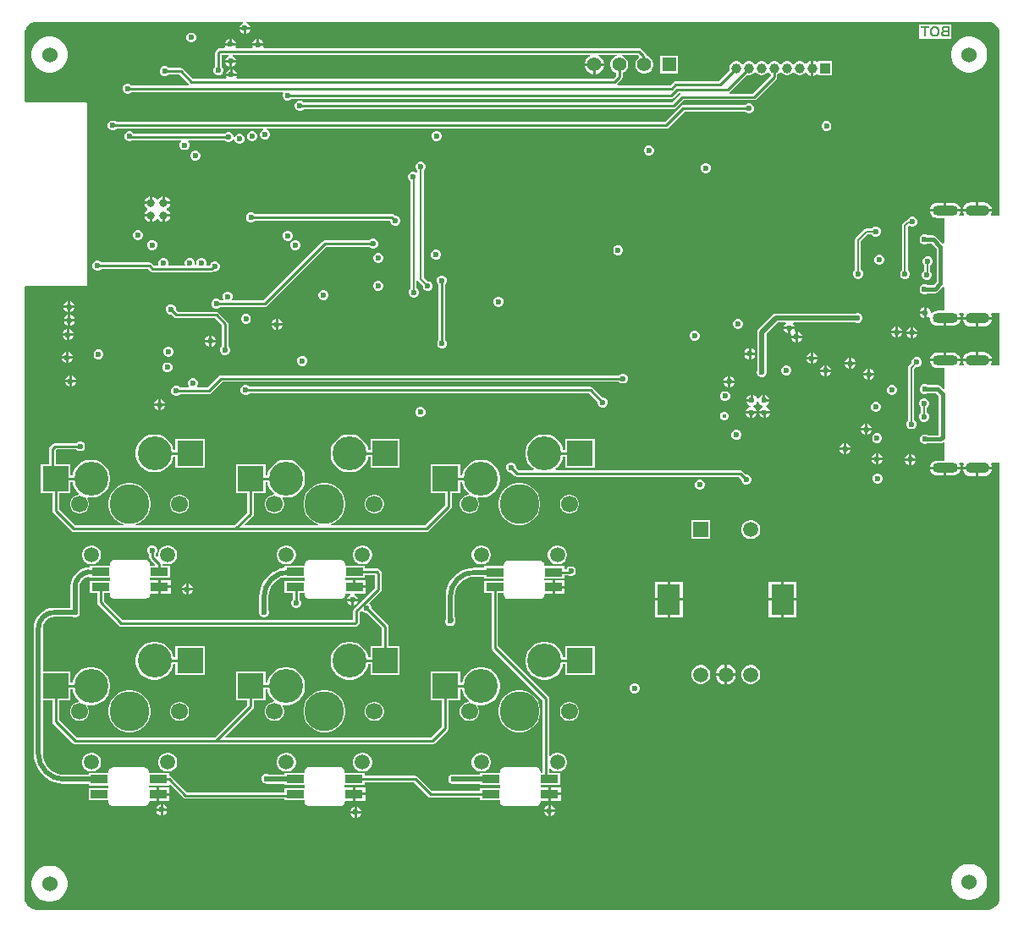
<source format=gbl>
G04*
G04 #@! TF.GenerationSoftware,Altium Limited,Altium Designer,25.4.2 (15)*
G04*
G04 Layer_Physical_Order=4*
G04 Layer_Color=16711680*
%FSLAX44Y44*%
%MOMM*%
G71*
G04*
G04 #@! TF.SameCoordinates,99B82A19-3900-4842-934D-00B4288F025C*
G04*
G04*
G04 #@! TF.FilePolarity,Positive*
G04*
G01*
G75*
%ADD10C,0.2500*%
%ADD11C,0.2000*%
%ADD15C,0.4000*%
%ADD36C,1.5000*%
G04:AMPARAMS|DCode=75|XSize=1mm|YSize=2.55mm|CornerRadius=0.5mm|HoleSize=0mm|Usage=FLASHONLY|Rotation=90.000|XOffset=0mm|YOffset=0mm|HoleType=Round|Shape=RoundedRectangle|*
%AMROUNDEDRECTD75*
21,1,1.0000,1.5500,0,0,90.0*
21,1,0.0000,2.5500,0,0,90.0*
1,1,1.0000,0.7750,0.0000*
1,1,1.0000,0.7750,0.0000*
1,1,1.0000,-0.7750,0.0000*
1,1,1.0000,-0.7750,0.0000*
%
%ADD75ROUNDEDRECTD75*%
G04:AMPARAMS|DCode=76|XSize=1.1mm|YSize=2.4mm|CornerRadius=0.55mm|HoleSize=0mm|Usage=FLASHONLY|Rotation=90.000|XOffset=0mm|YOffset=0mm|HoleType=Round|Shape=RoundedRectangle|*
%AMROUNDEDRECTD76*
21,1,1.1000,1.3000,0,0,90.0*
21,1,0.0000,2.4000,0,0,90.0*
1,1,1.1000,0.6500,0.0000*
1,1,1.1000,0.6500,0.0000*
1,1,1.1000,-0.6500,0.0000*
1,1,1.1000,-0.6500,0.0000*
%
%ADD76ROUNDEDRECTD76*%
%ADD83C,0.5000*%
%ADD84C,0.2540*%
%ADD86C,0.1500*%
%ADD91C,3.4000*%
%ADD92C,1.7000*%
%ADD93C,3.9878*%
%ADD94C,1.5080*%
%ADD95C,1.4000*%
%ADD96R,1.4000X1.4000*%
%ADD97R,2.3000X3.1000*%
%ADD98R,1.5000X1.5000*%
%ADD99C,1.5240*%
%ADD100C,1.0000*%
%ADD101R,1.0000X1.0000*%
%ADD102C,0.6000*%
%ADD103C,0.8000*%
%ADD104C,0.4500*%
%ADD105R,1.7500X0.8128*%
%ADD106R,2.5500X2.5000*%
G36*
X941561Y862463D02*
X943920Y861486D01*
X946042Y860067D01*
X947848Y858262D01*
X949266Y856139D01*
X950243Y853781D01*
X950741Y851277D01*
Y850000D01*
Y668789D01*
X942321D01*
X942154Y669128D01*
X941820Y670059D01*
X942583Y671901D01*
X942692Y672730D01*
X928250D01*
X913808D01*
X913917Y671901D01*
X914680Y670059D01*
X914346Y669128D01*
X914179Y668789D01*
X910641D01*
X910079Y669928D01*
X910286Y670198D01*
X911046Y672032D01*
X911138Y672730D01*
X895950D01*
X880762D01*
X880854Y672032D01*
X881614Y670198D01*
X882822Y668622D01*
X884398Y667414D01*
X886232Y666654D01*
X888200Y666395D01*
X895211D01*
Y641242D01*
X893941Y640716D01*
X886786Y647871D01*
X885463Y648755D01*
X883903Y649065D01*
X883902Y649065D01*
X878380D01*
X878219Y649226D01*
X876382Y649987D01*
X874392D01*
X872555Y649226D01*
X871148Y647819D01*
X870387Y645982D01*
Y643992D01*
X871148Y642155D01*
X872555Y640748D01*
X874392Y639987D01*
X876382D01*
X878219Y640748D01*
X878380Y640909D01*
X882213D01*
X887387Y635735D01*
Y602357D01*
X884159Y599129D01*
X878326D01*
X878166Y599289D01*
X876328Y600051D01*
X874339D01*
X872501Y599289D01*
X871095Y597883D01*
X870333Y596045D01*
Y594056D01*
X871095Y592218D01*
X872501Y590812D01*
X874339Y590051D01*
X876328D01*
X878166Y590812D01*
X878326Y590972D01*
X885848D01*
X885848Y590972D01*
X887409Y591283D01*
X888732Y592167D01*
X893941Y597376D01*
X895211Y596850D01*
Y573605D01*
X888200D01*
X886232Y573346D01*
X884398Y572586D01*
X882822Y571378D01*
X882758Y571294D01*
X881488Y571725D01*
Y572570D01*
X880645Y574607D01*
X879086Y576165D01*
X877218Y576939D01*
Y571469D01*
Y565998D01*
X879086Y566772D01*
X879466Y567151D01*
X880668Y566558D01*
X880595Y566000D01*
X880854Y564032D01*
X881614Y562197D01*
X882822Y560622D01*
X884398Y559414D01*
X886232Y558654D01*
X888200Y558395D01*
X894680D01*
Y566000D01*
X895950D01*
Y567270D01*
X911138D01*
X911046Y567968D01*
X910286Y569803D01*
X910079Y570072D01*
X910641Y571211D01*
X914179D01*
X914346Y570872D01*
X914680Y569941D01*
X913917Y568099D01*
X913808Y567270D01*
X928250D01*
X942692D01*
X942583Y568099D01*
X941820Y569941D01*
X942154Y570872D01*
X942321Y571211D01*
X950741D01*
Y518789D01*
X942321D01*
X942154Y519128D01*
X941820Y520059D01*
X942583Y521901D01*
X942692Y522730D01*
X928250D01*
Y524000D01*
D01*
Y522730D01*
X913808D01*
X913917Y521901D01*
X914680Y520059D01*
X914346Y519128D01*
X914179Y518789D01*
X910641D01*
X910079Y519928D01*
X910286Y520197D01*
X911046Y522032D01*
X911138Y522730D01*
X895950D01*
X880762D01*
X880854Y522032D01*
X881614Y520197D01*
X882822Y518622D01*
X884398Y517414D01*
X886232Y516654D01*
X888200Y516395D01*
X895211D01*
Y495782D01*
X894038Y495296D01*
X891513Y497820D01*
X890190Y498704D01*
X888630Y499015D01*
X888629Y499015D01*
X878495D01*
X878335Y499175D01*
X876497Y499936D01*
X874508D01*
X872670Y499175D01*
X871264Y497769D01*
X870503Y495931D01*
Y493942D01*
X871264Y492104D01*
X872670Y490698D01*
X874508Y489936D01*
X876497D01*
X878335Y490698D01*
X878495Y490858D01*
X886940D01*
X889172Y488627D01*
Y448876D01*
X878884D01*
X878723Y449036D01*
X876886Y449797D01*
X874896D01*
X873059Y449036D01*
X871652Y447630D01*
X870891Y445792D01*
Y443803D01*
X871652Y441965D01*
X873059Y440559D01*
X874896Y439797D01*
X876886D01*
X878723Y440559D01*
X878884Y440719D01*
X890907D01*
X890907Y440719D01*
X892468Y441029D01*
X893791Y441913D01*
X894038Y442160D01*
X895211Y441674D01*
Y423605D01*
X888200D01*
X886232Y423346D01*
X884398Y422586D01*
X882822Y421378D01*
X881614Y419803D01*
X880854Y417968D01*
X880762Y417270D01*
X895950D01*
X911138D01*
X911046Y417968D01*
X910286Y419803D01*
X910079Y420072D01*
X910641Y421211D01*
X914179D01*
X914346Y420872D01*
X914680Y419941D01*
X913917Y418099D01*
X913808Y417270D01*
X928250D01*
X942692D01*
X942583Y418099D01*
X941820Y419941D01*
X942154Y420872D01*
X942321Y421211D01*
X950741D01*
Y409040D01*
X950741Y-11564D01*
Y-14489D01*
X950243Y-16993D01*
X949266Y-19352D01*
X947848Y-21474D01*
X946042Y-23280D01*
X943919Y-24698D01*
X941561Y-25675D01*
X939057Y-26173D01*
X-12181D01*
X-13458Y-26173D01*
X-15962Y-25675D01*
X-18321Y-24698D01*
X-20443Y-23280D01*
X-22249Y-21474D01*
X-23667Y-19352D01*
X-24644Y-16993D01*
X-25142Y-14489D01*
Y-13212D01*
X-25169Y597135D01*
X-24843Y597577D01*
X-23900Y598264D01*
X35664D01*
X36445Y598419D01*
X37106Y598861D01*
X37548Y599523D01*
X37703Y600303D01*
Y780303D01*
X37548Y781083D01*
X37106Y781745D01*
X36445Y782187D01*
X35664Y782342D01*
X-24336D01*
X-25178Y783470D01*
X-25181Y850000D01*
Y851277D01*
X-24683Y853781D01*
X-23706Y856139D01*
X-22287Y858262D01*
X-20482Y860068D01*
X-18359Y861486D01*
X-16000Y862463D01*
X-13496Y862961D01*
X193447D01*
X193700Y861691D01*
X192174Y861059D01*
X190616Y859501D01*
X189842Y857632D01*
X200783D01*
X200009Y859501D01*
X198451Y861059D01*
X196925Y861691D01*
X197178Y862961D01*
X939057D01*
X941561Y862463D01*
D02*
G37*
%LPC*%
G36*
X200783Y855092D02*
X196583D01*
Y850892D01*
X198451Y851666D01*
X200009Y853224D01*
X200783Y855092D01*
D02*
G37*
G36*
X194043D02*
X189842D01*
X190616Y853224D01*
X192174Y851666D01*
X194043Y850892D01*
Y855092D01*
D02*
G37*
G36*
X902464Y860479D02*
X869588D01*
Y845847D01*
X902464D01*
Y860479D01*
D02*
G37*
G36*
X142727Y851953D02*
X140737D01*
X138900Y851192D01*
X137493Y849785D01*
X136732Y847947D01*
Y845958D01*
X137493Y844121D01*
X138900Y842714D01*
X140737Y841953D01*
X142727D01*
X144564Y842714D01*
X145971Y844121D01*
X146732Y845958D01*
Y847947D01*
X145971Y849785D01*
X144564Y851192D01*
X142727Y851953D01*
D02*
G37*
G36*
X182095Y845752D02*
Y841552D01*
X186296D01*
X185522Y843420D01*
X183964Y844978D01*
X182095Y845752D01*
D02*
G37*
G36*
X179555D02*
X177687Y844978D01*
X176129Y843420D01*
X175355Y841552D01*
X179555D01*
Y845752D01*
D02*
G37*
G36*
X209746Y845363D02*
Y841162D01*
X213946D01*
X213172Y843030D01*
X211614Y844589D01*
X209746Y845363D01*
D02*
G37*
G36*
X207206D02*
X205338Y844589D01*
X203779Y843030D01*
X203006Y841162D01*
X207206D01*
Y845363D01*
D02*
G37*
G36*
X186841Y822188D02*
X182641D01*
Y817987D01*
X184509Y818761D01*
X186067Y820320D01*
X186841Y822188D01*
D02*
G37*
G36*
X180101D02*
X175900D01*
X176674Y820320D01*
X178232Y818761D01*
X180101Y817987D01*
Y822188D01*
D02*
G37*
G36*
X921773Y848000D02*
X918227D01*
X914750Y847308D01*
X911474Y845951D01*
X908526Y843981D01*
X906019Y841474D01*
X904049Y838526D01*
X902692Y835250D01*
X902000Y831773D01*
Y828227D01*
X902692Y824750D01*
X904049Y821474D01*
X906019Y818526D01*
X908526Y816019D01*
X911474Y814049D01*
X914750Y812692D01*
X918227Y812000D01*
X921773D01*
X925250Y812692D01*
X928526Y814049D01*
X931474Y816019D01*
X933981Y818526D01*
X935951Y821474D01*
X937308Y824750D01*
X938000Y828227D01*
Y831773D01*
X937308Y835250D01*
X935951Y838526D01*
X933981Y841474D01*
X931474Y843981D01*
X928526Y845951D01*
X925250Y847308D01*
X921773Y848000D01*
D02*
G37*
G36*
X1773D02*
X-1773D01*
X-5250Y847308D01*
X-8526Y845951D01*
X-11474Y843981D01*
X-13981Y841474D01*
X-15951Y838526D01*
X-17308Y835250D01*
X-18000Y831773D01*
Y828227D01*
X-17308Y824750D01*
X-15951Y821474D01*
X-13981Y818526D01*
X-11474Y816019D01*
X-8526Y814049D01*
X-5250Y812692D01*
X-1773Y812000D01*
X1773D01*
X5250Y812692D01*
X8526Y814049D01*
X11474Y816019D01*
X13981Y818526D01*
X15951Y821474D01*
X17308Y824750D01*
X18000Y828227D01*
Y831773D01*
X17308Y835250D01*
X15951Y838526D01*
X13981Y841474D01*
X11474Y843981D01*
X8526Y845951D01*
X5250Y847308D01*
X1773Y848000D01*
D02*
G37*
G36*
X183186Y815376D02*
Y811175D01*
X187386D01*
X186612Y813043D01*
X185054Y814602D01*
X183186Y815376D01*
D02*
G37*
G36*
X180646D02*
X178778Y814602D01*
X177219Y813043D01*
X176446Y811175D01*
X180646D01*
Y815376D01*
D02*
G37*
G36*
X629000Y829000D02*
X611000D01*
Y811000D01*
X629000D01*
Y829000D01*
D02*
G37*
G36*
X186296Y839012D02*
X175355D01*
X175834Y837856D01*
X175028Y836586D01*
X170492D01*
X169224Y836333D01*
X168149Y835615D01*
X166685Y834150D01*
X165967Y833075D01*
X165714Y831807D01*
Y817920D01*
X164789Y816995D01*
X164028Y815157D01*
Y813168D01*
X164789Y811330D01*
X166196Y809924D01*
X168034Y809162D01*
X170023D01*
X171860Y809924D01*
X173267Y811330D01*
X174028Y813168D01*
Y815157D01*
X173267Y816995D01*
X172342Y817920D01*
Y829958D01*
X179269D01*
X179521Y828688D01*
X178232Y828154D01*
X176674Y826596D01*
X175900Y824728D01*
X186841D01*
X186067Y826596D01*
X184509Y828154D01*
X183220Y828688D01*
X183472Y829958D01*
X540628D01*
X540968Y828688D01*
X539142Y827634D01*
X537366Y825858D01*
X536110Y823682D01*
X535464Y821270D01*
X545000D01*
X554536D01*
X553890Y823682D01*
X552634Y825858D01*
X550858Y827634D01*
X549031Y828688D01*
X549372Y829958D01*
X567484D01*
X567652Y828688D01*
X566526Y828387D01*
X564474Y827202D01*
X562798Y825526D01*
X561613Y823474D01*
X561000Y821185D01*
Y818815D01*
X561613Y816526D01*
X562798Y814474D01*
X564474Y812798D01*
X566526Y811613D01*
X566686Y811570D01*
Y808734D01*
X564055Y806103D01*
X187608D01*
X186863Y807373D01*
X187386Y808635D01*
X176446D01*
X176968Y807373D01*
X176224Y806103D01*
X143239D01*
X133743Y815599D01*
X132668Y816318D01*
X131400Y816570D01*
X118970D01*
X118045Y817495D01*
X116208Y818256D01*
X114219D01*
X112381Y817495D01*
X110974Y816089D01*
X110213Y814251D01*
Y812262D01*
X110974Y810424D01*
X112381Y809017D01*
X114219Y808256D01*
X116208D01*
X118045Y809017D01*
X118970Y809943D01*
X130027D01*
X139352Y800618D01*
X139220Y799927D01*
X138881Y799348D01*
X81986D01*
X81061Y800273D01*
X79223Y801034D01*
X77234D01*
X75396Y800273D01*
X73990Y798867D01*
X73229Y797029D01*
Y795040D01*
X73990Y793202D01*
X75396Y791796D01*
X77234Y791034D01*
X79223D01*
X81061Y791796D01*
X81986Y792721D01*
X233141D01*
X233704Y791451D01*
X233066Y789910D01*
Y787921D01*
X233827Y786083D01*
X235234Y784677D01*
X237071Y783915D01*
X239061D01*
X240898Y784677D01*
X241824Y785602D01*
X621818D01*
X623086Y785854D01*
X624161Y786572D01*
X629435Y791846D01*
X631226D01*
X631401Y791339D01*
X631437Y790576D01*
X630546Y789980D01*
X622648Y782082D01*
X254231D01*
X253306Y783007D01*
X251468Y783769D01*
X249479D01*
X247641Y783007D01*
X246235Y781601D01*
X245473Y779763D01*
Y777774D01*
X246235Y775936D01*
X247641Y774530D01*
X249479Y773769D01*
X251468D01*
X253306Y774530D01*
X254231Y775455D01*
X624020D01*
X625288Y775707D01*
X626363Y776425D01*
X634261Y784324D01*
X704827D01*
X706095Y784576D01*
X707170Y785294D01*
X727063Y805187D01*
X727782Y806262D01*
X728034Y807530D01*
Y809902D01*
X729378Y810679D01*
X730681Y811982D01*
X730795Y812179D01*
X732065D01*
X732179Y811982D01*
X733482Y810679D01*
X735078Y809757D01*
X736858Y809280D01*
X738702D01*
X740482Y809757D01*
X742078Y810679D01*
X743381Y811982D01*
X743495Y812179D01*
X744765D01*
X744879Y811982D01*
X746182Y810679D01*
X747778Y809757D01*
X749558Y809280D01*
X751402D01*
X753182Y809757D01*
X754778Y810679D01*
X755706Y811606D01*
X756952Y811644D01*
X757280Y811517D01*
X758550Y810247D01*
X760270Y809254D01*
X761910Y808814D01*
Y816280D01*
Y823746D01*
X760270Y823306D01*
X758550Y822314D01*
X757280Y821043D01*
X756952Y820916D01*
X755706Y820954D01*
X754778Y821881D01*
X753182Y822803D01*
X751402Y823280D01*
X749558D01*
X747778Y822803D01*
X746182Y821881D01*
X744879Y820578D01*
X744765Y820381D01*
X743495D01*
X743381Y820578D01*
X742078Y821881D01*
X740482Y822803D01*
X738702Y823280D01*
X736858D01*
X735078Y822803D01*
X733482Y821881D01*
X732179Y820578D01*
X732065Y820381D01*
X730795D01*
X730681Y820578D01*
X729378Y821881D01*
X727782Y822803D01*
X726002Y823280D01*
X724158D01*
X722378Y822803D01*
X720782Y821881D01*
X719479Y820578D01*
X719365Y820381D01*
X718095D01*
X717981Y820578D01*
X716678Y821881D01*
X715082Y822803D01*
X713301Y823280D01*
X711458D01*
X709678Y822803D01*
X708082Y821881D01*
X706779Y820578D01*
X706665Y820381D01*
X705395D01*
X705281Y820578D01*
X703978Y821881D01*
X702382Y822803D01*
X700602Y823280D01*
X698758D01*
X696978Y822803D01*
X695382Y821881D01*
X694079Y820578D01*
X693965Y820381D01*
X692695D01*
X692581Y820578D01*
X691278Y821881D01*
X689682Y822803D01*
X687902Y823280D01*
X686059D01*
X684278Y822803D01*
X682682Y821881D01*
X681379Y820578D01*
X680457Y818982D01*
X679980Y817202D01*
Y815358D01*
X680274Y814260D01*
X669275Y803261D01*
X626296D01*
X625028Y803009D01*
X623953Y802291D01*
X621010Y799348D01*
X568413D01*
X568075Y799927D01*
X567943Y800618D01*
X572343Y805018D01*
X573061Y806093D01*
X573314Y807362D01*
Y811570D01*
X573474Y811613D01*
X575526Y812798D01*
X577202Y814474D01*
X578387Y816526D01*
X579000Y818815D01*
Y821185D01*
X578387Y823474D01*
X577202Y825526D01*
X575526Y827202D01*
X573474Y828387D01*
X572348Y828688D01*
X572516Y829958D01*
X588310D01*
X589746Y828522D01*
X589580Y827263D01*
X589474Y827202D01*
X587798Y825526D01*
X586613Y823474D01*
X586000Y821185D01*
Y818815D01*
X586613Y816526D01*
X587798Y814474D01*
X589474Y812798D01*
X591526Y811613D01*
X593815Y811000D01*
X596185D01*
X598474Y811613D01*
X600526Y812798D01*
X602202Y814474D01*
X603387Y816526D01*
X604000Y818815D01*
Y821185D01*
X603387Y823474D01*
X602202Y825526D01*
X600526Y827202D01*
X598474Y828387D01*
X597190Y828731D01*
Y829079D01*
X596937Y830347D01*
X596219Y831422D01*
X592026Y835615D01*
X590951Y836333D01*
X589683Y836586D01*
X214477D01*
X213629Y837856D01*
X213946Y838622D01*
X203006D01*
X203323Y837856D01*
X202474Y836586D01*
X186623D01*
X185817Y837856D01*
X186296Y839012D01*
D02*
G37*
G36*
X554536Y818730D02*
X546270D01*
Y810464D01*
X548682Y811110D01*
X550858Y812366D01*
X552634Y814142D01*
X553890Y816318D01*
X554536Y818730D01*
D02*
G37*
G36*
X543730D02*
X535464D01*
X536110Y816318D01*
X537366Y814142D01*
X539142Y812366D01*
X541318Y811110D01*
X543730Y810464D01*
Y818730D01*
D02*
G37*
G36*
X764450Y823746D02*
Y816280D01*
Y808814D01*
X766090Y809254D01*
X767610Y810131D01*
X768880Y809714D01*
Y809280D01*
X782880D01*
Y823280D01*
X768880D01*
Y822846D01*
X767610Y822429D01*
X766090Y823306D01*
X764450Y823746D01*
D02*
G37*
G36*
X700764Y780933D02*
X698775D01*
X696937Y780172D01*
X696012Y779247D01*
X633634D01*
X632366Y778995D01*
X631291Y778276D01*
X615624Y762609D01*
X66691D01*
X66127Y763173D01*
X64289Y763935D01*
X62300D01*
X60462Y763173D01*
X59056Y761767D01*
X58295Y759929D01*
Y757940D01*
X59056Y756102D01*
X60462Y754696D01*
X62300Y753935D01*
X64289D01*
X66127Y754696D01*
X67413Y755982D01*
X214001D01*
X214254Y754712D01*
X212832Y754123D01*
X211425Y752717D01*
X210664Y750879D01*
Y748890D01*
X211425Y747052D01*
X212832Y745646D01*
X214670Y744885D01*
X216659D01*
X218496Y745646D01*
X219903Y747052D01*
X220664Y748890D01*
Y750879D01*
X219903Y752717D01*
X218496Y754123D01*
X217075Y754712D01*
X217328Y755982D01*
X616997D01*
X618265Y756234D01*
X619340Y756953D01*
X635007Y772620D01*
X696012D01*
X696937Y771694D01*
X698775Y770933D01*
X700764D01*
X702602Y771694D01*
X704008Y773101D01*
X704770Y774939D01*
Y776928D01*
X704008Y778766D01*
X702602Y780172D01*
X700764Y780933D01*
D02*
G37*
G36*
X778200Y763579D02*
X776211D01*
X774373Y762818D01*
X772967Y761412D01*
X772206Y759574D01*
Y757585D01*
X772967Y755747D01*
X774373Y754341D01*
X776211Y753579D01*
X778200D01*
X780038Y754341D01*
X781444Y755747D01*
X782205Y757585D01*
Y759574D01*
X781444Y761412D01*
X780038Y762818D01*
X778200Y763579D01*
D02*
G37*
G36*
X388092Y753463D02*
X386103D01*
X384265Y752702D01*
X382859Y751296D01*
X382098Y749458D01*
Y747469D01*
X382859Y745631D01*
X384265Y744225D01*
X386103Y743463D01*
X388092D01*
X389930Y744225D01*
X391336Y745631D01*
X392098Y747469D01*
Y749458D01*
X391336Y751296D01*
X389930Y752702D01*
X388092Y753463D01*
D02*
G37*
G36*
X203761Y753140D02*
X201772D01*
X199934Y752379D01*
X198527Y750973D01*
X197766Y749135D01*
Y747146D01*
X198527Y745308D01*
X199934Y743901D01*
X201772Y743140D01*
X203761D01*
X205598Y743901D01*
X207005Y745308D01*
X207766Y747146D01*
Y749135D01*
X207005Y750973D01*
X205598Y752379D01*
X203761Y753140D01*
D02*
G37*
G36*
X81074Y753094D02*
X79085D01*
X77248Y752333D01*
X75841Y750926D01*
X75080Y749089D01*
Y747100D01*
X75841Y745262D01*
X77248Y743855D01*
X79085Y743094D01*
X81074D01*
X82912Y743855D01*
X83486Y744429D01*
X131349D01*
X131875Y743159D01*
X130896Y742180D01*
X130135Y740342D01*
Y738353D01*
X130896Y736516D01*
X132303Y735109D01*
X134140Y734348D01*
X136129D01*
X137967Y735109D01*
X139374Y736516D01*
X140135Y738353D01*
Y740342D01*
X139374Y742180D01*
X138395Y743159D01*
X138921Y744429D01*
X175072D01*
X176308Y743193D01*
X178146Y742432D01*
X180135D01*
X181973Y743193D01*
X183379Y744600D01*
X183873Y745792D01*
X185143Y745539D01*
Y744488D01*
X185905Y742651D01*
X187311Y741244D01*
X189149Y740483D01*
X191138D01*
X192976Y741244D01*
X194382Y742651D01*
X195143Y744488D01*
Y746477D01*
X194382Y748315D01*
X192976Y749722D01*
X191138Y750483D01*
X189149D01*
X187311Y749722D01*
X185905Y748315D01*
X185411Y747123D01*
X184141Y747375D01*
Y748427D01*
X183379Y750264D01*
X181973Y751671D01*
X180135Y752432D01*
X178146D01*
X176308Y751671D01*
X175735Y751097D01*
X84148D01*
X82912Y752333D01*
X81074Y753094D01*
D02*
G37*
G36*
X600498Y738851D02*
X598509D01*
X596671Y738090D01*
X595265Y736683D01*
X594503Y734845D01*
Y732856D01*
X595265Y731019D01*
X596671Y729612D01*
X598509Y728851D01*
X600498D01*
X602336Y729612D01*
X603742Y731019D01*
X604503Y732856D01*
Y734845D01*
X603742Y736683D01*
X602336Y738090D01*
X600498Y738851D01*
D02*
G37*
G36*
X146782Y733961D02*
X144793D01*
X142955Y733200D01*
X141549Y731793D01*
X140787Y729956D01*
Y727967D01*
X141549Y726129D01*
X142955Y724722D01*
X144793Y723961D01*
X146782D01*
X148619Y724722D01*
X150026Y726129D01*
X150787Y727967D01*
Y729956D01*
X150026Y731793D01*
X148619Y733200D01*
X146782Y733961D01*
D02*
G37*
G36*
X372127Y722706D02*
X370138D01*
X368300Y721945D01*
X366894Y720538D01*
X366133Y718701D01*
Y716712D01*
X366894Y714874D01*
X368074Y713694D01*
Y712063D01*
X366804Y711537D01*
X366565Y711776D01*
X364728Y712537D01*
X362738D01*
X360901Y711776D01*
X359494Y710369D01*
X358733Y708532D01*
Y706543D01*
X359494Y704705D01*
X360901Y703298D01*
X361043Y703239D01*
Y595568D01*
X360232Y594756D01*
X359470Y592919D01*
Y590929D01*
X360232Y589092D01*
X361638Y587685D01*
X363476Y586924D01*
X365465D01*
X367303Y587685D01*
X368709Y589092D01*
X369470Y590929D01*
Y592919D01*
X368709Y594756D01*
X367303Y596163D01*
X367161Y596222D01*
Y603710D01*
X367653Y603881D01*
X368431Y603921D01*
X368970Y603114D01*
X373349Y598735D01*
Y597066D01*
X374110Y595229D01*
X375517Y593822D01*
X377354Y593061D01*
X379343D01*
X381181Y593822D01*
X382588Y595229D01*
X383349Y597066D01*
Y599055D01*
X382588Y600893D01*
X381181Y602300D01*
X379343Y603061D01*
X377675D01*
X374191Y606544D01*
Y713694D01*
X375372Y714874D01*
X376133Y716712D01*
Y718701D01*
X375372Y720538D01*
X373965Y721945D01*
X372127Y722706D01*
D02*
G37*
G36*
X657504Y721420D02*
X655515D01*
X653677Y720658D01*
X652271Y719252D01*
X651509Y717414D01*
Y715425D01*
X652271Y713587D01*
X653677Y712181D01*
X655515Y711420D01*
X657504D01*
X659342Y712181D01*
X660748Y713587D01*
X661509Y715425D01*
Y717414D01*
X660748Y719252D01*
X659342Y720658D01*
X657504Y721420D01*
D02*
G37*
G36*
X112858Y687961D02*
X111604Y687625D01*
X110112Y686764D01*
X108895Y685546D01*
X108556Y684960D01*
X107090D01*
X106752Y685546D01*
X105534Y686764D01*
X104043Y687625D01*
X102788Y687961D01*
Y681530D01*
X101518D01*
Y680260D01*
X95088D01*
X95424Y679006D01*
X96285Y677515D01*
X97503Y676297D01*
X98053Y675980D01*
Y674513D01*
X97503Y674195D01*
X96285Y672978D01*
X95424Y671486D01*
X95088Y670232D01*
X101518D01*
Y668962D01*
X102788D01*
Y662532D01*
X104043Y662868D01*
X105534Y663729D01*
X106752Y664946D01*
X107090Y665533D01*
X108556D01*
X108895Y664946D01*
X110112Y663729D01*
X111604Y662868D01*
X112858Y662532D01*
Y668962D01*
X114128D01*
Y670232D01*
X120559D01*
X120222Y671486D01*
X119361Y672978D01*
X118144Y674195D01*
X117594Y674513D01*
Y675980D01*
X118144Y676297D01*
X119361Y677515D01*
X120222Y679006D01*
X120559Y680260D01*
X114128D01*
Y681530D01*
X112858D01*
Y687961D01*
D02*
G37*
G36*
X115398D02*
Y682800D01*
X120559D01*
X120222Y684055D01*
X119361Y685546D01*
X118144Y686764D01*
X116652Y687625D01*
X115398Y687961D01*
D02*
G37*
G36*
X100248D02*
X98994Y687625D01*
X97503Y686764D01*
X96285Y685546D01*
X95424Y684055D01*
X95088Y682800D01*
X100248D01*
Y687961D01*
D02*
G37*
G36*
X934750Y682109D02*
X929520D01*
Y675270D01*
X942692D01*
X942583Y676099D01*
X941773Y678055D01*
X940484Y679734D01*
X938805Y681023D01*
X936849Y681833D01*
X934750Y682109D01*
D02*
G37*
G36*
X926980D02*
X921750D01*
X919651Y681833D01*
X917695Y681023D01*
X916016Y679734D01*
X914727Y678055D01*
X913917Y676099D01*
X913808Y675270D01*
X926980D01*
Y682109D01*
D02*
G37*
G36*
X903700Y681605D02*
X897220D01*
Y675270D01*
X911138D01*
X911046Y675968D01*
X910286Y677803D01*
X909078Y679378D01*
X907503Y680586D01*
X905668Y681346D01*
X903700Y681605D01*
D02*
G37*
G36*
X894680D02*
X888200D01*
X886232Y681346D01*
X884398Y680586D01*
X882822Y679378D01*
X881614Y677803D01*
X880854Y675968D01*
X880762Y675270D01*
X894680D01*
Y681605D01*
D02*
G37*
G36*
X120559Y667692D02*
X115398D01*
Y662532D01*
X116652Y662868D01*
X118144Y663729D01*
X119361Y664946D01*
X120222Y666438D01*
X120559Y667692D01*
D02*
G37*
G36*
X100248D02*
X95088D01*
X95424Y666438D01*
X96285Y664946D01*
X97503Y663729D01*
X98994Y662868D01*
X100248Y662532D01*
Y667692D01*
D02*
G37*
G36*
X202448Y672004D02*
X200459D01*
X198622Y671243D01*
X197215Y669836D01*
X196454Y667998D01*
Y666009D01*
X197215Y664172D01*
X198622Y662765D01*
X200459Y662004D01*
X202448D01*
X204286Y662765D01*
X205211Y663690D01*
X341043D01*
Y662702D01*
X341804Y660864D01*
X343211Y659458D01*
X345048Y658697D01*
X347038D01*
X348875Y659458D01*
X350282Y660864D01*
X351043Y662702D01*
Y664691D01*
X350282Y666529D01*
X348875Y667935D01*
X347038Y668697D01*
X345729D01*
X345079Y669347D01*
X344004Y670065D01*
X342736Y670318D01*
X205211D01*
X204286Y671243D01*
X202448Y672004D01*
D02*
G37*
G36*
X864227Y667473D02*
X862238D01*
X860400Y666712D01*
X858994Y665305D01*
X858746Y664708D01*
X857870Y664534D01*
X856878Y663871D01*
X856878Y663871D01*
X853702Y660695D01*
X853039Y659703D01*
X852806Y658532D01*
X852806Y658532D01*
Y614118D01*
X851626Y612938D01*
X850865Y611100D01*
Y609111D01*
X851626Y607273D01*
X853033Y605867D01*
X854870Y605105D01*
X856859D01*
X858697Y605867D01*
X860104Y607273D01*
X860865Y609111D01*
Y611100D01*
X860104Y612938D01*
X858924Y614118D01*
Y657265D01*
X860147Y658488D01*
X860400Y658234D01*
X862238Y657473D01*
X864227D01*
X866065Y658234D01*
X867471Y659641D01*
X868233Y661479D01*
Y663468D01*
X867471Y665305D01*
X866065Y666712D01*
X864227Y667473D01*
D02*
G37*
G36*
X827425Y657916D02*
X825436D01*
X823598Y657155D01*
X822418Y655975D01*
X817448D01*
X817448Y655975D01*
X816277Y655742D01*
X815285Y655079D01*
X806661Y646455D01*
X805998Y645463D01*
X805766Y644292D01*
X805766Y644292D01*
Y614604D01*
X804585Y613424D01*
X803824Y611586D01*
Y609597D01*
X804585Y607759D01*
X805992Y606353D01*
X807830Y605592D01*
X809819D01*
X811657Y606353D01*
X813063Y607759D01*
X813824Y609597D01*
Y611586D01*
X813063Y613424D01*
X811883Y614604D01*
Y643025D01*
X818715Y649857D01*
X822418D01*
X823598Y648677D01*
X825436Y647916D01*
X827425D01*
X829263Y648677D01*
X830669Y650084D01*
X831430Y651921D01*
Y653911D01*
X830669Y655748D01*
X829263Y657155D01*
X827425Y657916D01*
D02*
G37*
G36*
X89460Y654148D02*
X87471D01*
X85633Y653387D01*
X84227Y651980D01*
X83465Y650143D01*
Y648153D01*
X84227Y646316D01*
X85633Y644909D01*
X87471Y644148D01*
X89460D01*
X91298Y644909D01*
X92704Y646316D01*
X93465Y648153D01*
Y650143D01*
X92704Y651980D01*
X91298Y653387D01*
X89460Y654148D01*
D02*
G37*
G36*
X239432Y653638D02*
X237443D01*
X235605Y652877D01*
X234199Y651470D01*
X233438Y649632D01*
Y647643D01*
X234199Y645806D01*
X235605Y644399D01*
X237443Y643638D01*
X239432D01*
X241270Y644399D01*
X242676Y645806D01*
X243437Y647643D01*
Y649632D01*
X242676Y651470D01*
X241270Y652877D01*
X239432Y653638D01*
D02*
G37*
G36*
X324725Y645489D02*
X322736D01*
X320899Y644728D01*
X319973Y643802D01*
X275270D01*
X274002Y643550D01*
X272927Y642832D01*
X213915Y583820D01*
X182947D01*
X182444Y585090D01*
X183124Y586732D01*
Y588722D01*
X182363Y590559D01*
X180956Y591966D01*
X179118Y592727D01*
X177129D01*
X175292Y591966D01*
X173885Y590559D01*
X173124Y588722D01*
Y586732D01*
X173804Y585090D01*
X173301Y583820D01*
X170584D01*
X169659Y584745D01*
X167822Y585506D01*
X165832D01*
X163995Y584745D01*
X162588Y583339D01*
X161827Y581501D01*
Y579512D01*
X162588Y577674D01*
X163995Y576267D01*
X165832Y575506D01*
X167822D01*
X169659Y576267D01*
X170584Y577193D01*
X215288D01*
X216556Y577445D01*
X217631Y578163D01*
X276643Y637175D01*
X319973D01*
X320899Y636250D01*
X322736Y635489D01*
X324725D01*
X326563Y636250D01*
X327970Y637657D01*
X328731Y639494D01*
Y641483D01*
X327970Y643321D01*
X326563Y644728D01*
X324725Y645489D01*
D02*
G37*
G36*
X103473Y644387D02*
X101484D01*
X99647Y643626D01*
X98240Y642220D01*
X97479Y640382D01*
Y638393D01*
X98240Y636555D01*
X99647Y635149D01*
X101484Y634387D01*
X103473D01*
X105311Y635149D01*
X106718Y636555D01*
X107479Y638393D01*
Y640382D01*
X106718Y642220D01*
X105311Y643626D01*
X103473Y644387D01*
D02*
G37*
G36*
X246716Y644249D02*
X244727D01*
X242890Y643488D01*
X241483Y642081D01*
X240722Y640244D01*
Y638254D01*
X241483Y636417D01*
X242890Y635010D01*
X244727Y634249D01*
X246716D01*
X248554Y635010D01*
X249961Y636417D01*
X250722Y638254D01*
Y640244D01*
X249961Y642081D01*
X248554Y643488D01*
X246716Y644249D01*
D02*
G37*
G36*
X569832Y639208D02*
X567843D01*
X566005Y638447D01*
X564599Y637041D01*
X563838Y635203D01*
Y633214D01*
X564599Y631376D01*
X566005Y629970D01*
X567843Y629208D01*
X569832D01*
X571670Y629970D01*
X573076Y631376D01*
X573838Y633214D01*
Y635203D01*
X573076Y637041D01*
X571670Y638447D01*
X569832Y639208D01*
D02*
G37*
G36*
X387711Y634499D02*
X385722D01*
X383885Y633738D01*
X382478Y632331D01*
X381717Y630494D01*
Y628504D01*
X382478Y626667D01*
X383885Y625260D01*
X385722Y624499D01*
X387711D01*
X389549Y625260D01*
X390956Y626667D01*
X391717Y628504D01*
Y630494D01*
X390956Y632331D01*
X389549Y633738D01*
X387711Y634499D01*
D02*
G37*
G36*
X329875Y631328D02*
X327886D01*
X326048Y630567D01*
X324641Y629160D01*
X323880Y627322D01*
Y625333D01*
X324641Y623495D01*
X326048Y622089D01*
X327886Y621328D01*
X329875D01*
X331712Y622089D01*
X333119Y623495D01*
X333880Y625333D01*
Y627322D01*
X333119Y629160D01*
X331712Y630567D01*
X329875Y631328D01*
D02*
G37*
G36*
X831114Y629490D02*
X829125D01*
X827288Y628729D01*
X825881Y627322D01*
X825120Y625485D01*
Y623495D01*
X825881Y621658D01*
X827288Y620251D01*
X829125Y619490D01*
X831114D01*
X832952Y620251D01*
X834359Y621658D01*
X835120Y623495D01*
Y625485D01*
X834359Y627322D01*
X832952Y628729D01*
X831114Y629490D01*
D02*
G37*
G36*
X153159Y626493D02*
X151170D01*
X149332Y625732D01*
X147925Y624325D01*
X147164Y622487D01*
Y620498D01*
X146321Y619457D01*
X146143Y619612D01*
X145401Y620577D01*
Y622250D01*
X144640Y624087D01*
X143233Y625494D01*
X141396Y626255D01*
X139406D01*
X137569Y625494D01*
X136162Y624087D01*
X135401Y622250D01*
Y620261D01*
X135543Y619917D01*
X134838Y618861D01*
X119705D01*
X119000Y619917D01*
X119064Y620073D01*
Y622062D01*
X118303Y623899D01*
X116896Y625306D01*
X115059Y626067D01*
X113070D01*
X111232Y625306D01*
X109825Y623899D01*
X109064Y622062D01*
Y620073D01*
X109129Y619917D01*
X108423Y618861D01*
X104587D01*
X102589Y620859D01*
X101507Y621582D01*
X100231Y621836D01*
X51682D01*
X50777Y622741D01*
X48939Y623502D01*
X46950D01*
X45112Y622741D01*
X43706Y621334D01*
X42945Y619496D01*
Y617507D01*
X43706Y615670D01*
X45112Y614263D01*
X46950Y613502D01*
X48939D01*
X50777Y614263D01*
X51682Y615168D01*
X98850D01*
X100849Y613170D01*
X101930Y612447D01*
X103206Y612193D01*
X162084D01*
X163360Y612447D01*
X163966Y612852D01*
X164238Y612739D01*
X166227D01*
X168065Y613501D01*
X169471Y614907D01*
X170233Y616745D01*
Y618734D01*
X169471Y620572D01*
X168065Y621978D01*
X166227Y622739D01*
X164238D01*
X162400Y621978D01*
X160994Y620572D01*
X160285Y618861D01*
X157629D01*
X156924Y619917D01*
X157164Y620498D01*
Y622487D01*
X156403Y624325D01*
X154997Y625732D01*
X153159Y626493D01*
D02*
G37*
G36*
X879664Y627902D02*
X877675D01*
X875837Y627141D01*
X874431Y625734D01*
X873670Y623896D01*
Y621907D01*
X874431Y620070D01*
X875391Y619109D01*
Y613823D01*
X874888Y613615D01*
X873482Y612208D01*
X872720Y610371D01*
Y608382D01*
X873482Y606544D01*
X874888Y605137D01*
X876726Y604376D01*
X878715D01*
X880553Y605137D01*
X881959Y606544D01*
X882720Y608382D01*
Y610371D01*
X881959Y612208D01*
X880999Y613169D01*
Y618455D01*
X881502Y618663D01*
X882908Y620070D01*
X883670Y621907D01*
Y623896D01*
X882908Y625734D01*
X881502Y627141D01*
X879664Y627902D01*
D02*
G37*
G36*
X329686Y603467D02*
X327697D01*
X325859Y602706D01*
X324453Y601299D01*
X323691Y599461D01*
Y597472D01*
X324453Y595634D01*
X325859Y594228D01*
X327697Y593467D01*
X329686D01*
X331524Y594228D01*
X332930Y595634D01*
X333691Y597472D01*
Y599461D01*
X332930Y601299D01*
X331524Y602706D01*
X329686Y603467D01*
D02*
G37*
G36*
X275017Y594053D02*
X273028D01*
X271190Y593292D01*
X269783Y591886D01*
X269022Y590048D01*
Y588059D01*
X269783Y586221D01*
X271190Y584814D01*
X273028Y584053D01*
X275017D01*
X276855Y584814D01*
X278261Y586221D01*
X279022Y588059D01*
Y590048D01*
X278261Y591886D01*
X276855Y593292D01*
X275017Y594053D01*
D02*
G37*
G36*
X20861Y582813D02*
Y578613D01*
X25062D01*
X24288Y580481D01*
X22729Y582039D01*
X20861Y582813D01*
D02*
G37*
G36*
X18321D02*
X16453Y582039D01*
X14895Y580481D01*
X14121Y578613D01*
X18321D01*
Y582813D01*
D02*
G37*
G36*
X450149Y587644D02*
X448160D01*
X446322Y586883D01*
X444916Y585476D01*
X444155Y583638D01*
Y581649D01*
X444916Y579812D01*
X446322Y578405D01*
X448160Y577644D01*
X450149D01*
X451987Y578405D01*
X453393Y579812D01*
X454155Y581649D01*
Y583638D01*
X453393Y585476D01*
X451987Y586883D01*
X450149Y587644D01*
D02*
G37*
G36*
X874678Y576939D02*
X872810Y576165D01*
X871252Y574607D01*
X870478Y572738D01*
X874678D01*
Y576939D01*
D02*
G37*
G36*
X25062Y576073D02*
X20861D01*
Y571872D01*
X22729Y572646D01*
X24288Y574205D01*
X25062Y576073D01*
D02*
G37*
G36*
X18321D02*
X14121D01*
X14895Y574205D01*
X16453Y572646D01*
X18321Y571872D01*
Y576073D01*
D02*
G37*
G36*
X874678Y570199D02*
X870478D01*
X871252Y568330D01*
X872810Y566772D01*
X874678Y565998D01*
Y570199D01*
D02*
G37*
G36*
X21085Y569514D02*
Y565313D01*
X25285D01*
X24511Y567182D01*
X22953Y568740D01*
X21085Y569514D01*
D02*
G37*
G36*
X18545D02*
X16677Y568740D01*
X15118Y567182D01*
X14345Y565313D01*
X18545D01*
Y569514D01*
D02*
G37*
G36*
X809284Y571240D02*
X807295D01*
X806300Y570828D01*
X726675D01*
X724920Y570479D01*
X723431Y569484D01*
X709440Y555493D01*
X708445Y554004D01*
X708096Y552248D01*
Y513979D01*
X707684Y512984D01*
Y510995D01*
X708445Y509157D01*
X709852Y507751D01*
X711689Y506990D01*
X713678D01*
X715516Y507751D01*
X716923Y509157D01*
X717684Y510995D01*
Y512984D01*
X717272Y513979D01*
Y550348D01*
X728576Y561652D01*
X736087D01*
X736613Y560382D01*
X735532Y559301D01*
X734759Y557433D01*
X745699D01*
X744926Y559301D01*
X743845Y560382D01*
X744371Y561652D01*
X806300D01*
X807295Y561240D01*
X809284D01*
X811121Y562001D01*
X812528Y563408D01*
X813289Y565246D01*
Y567235D01*
X812528Y569072D01*
X811121Y570479D01*
X809284Y571240D01*
D02*
G37*
G36*
X228607Y565207D02*
Y561007D01*
X232808D01*
X232034Y562875D01*
X230476Y564434D01*
X228607Y565207D01*
D02*
G37*
G36*
X226067D02*
X224199Y564434D01*
X222641Y562875D01*
X221867Y561007D01*
X226067D01*
Y565207D01*
D02*
G37*
G36*
X197420Y570549D02*
X195431D01*
X193594Y569788D01*
X192187Y568381D01*
X191426Y566543D01*
Y564554D01*
X192187Y562717D01*
X193594Y561310D01*
X195431Y560549D01*
X197420D01*
X199258Y561310D01*
X200665Y562717D01*
X201426Y564554D01*
Y566543D01*
X200665Y568381D01*
X199258Y569788D01*
X197420Y570549D01*
D02*
G37*
G36*
X25285Y562773D02*
X21085D01*
Y558573D01*
X22953Y559347D01*
X24511Y560905D01*
X25285Y562773D01*
D02*
G37*
G36*
X18545D02*
X14345D01*
X15118Y560905D01*
X16677Y559347D01*
X18545Y558573D01*
Y562773D01*
D02*
G37*
G36*
X911138Y564730D02*
X897220D01*
Y558395D01*
X903700D01*
X905668Y558654D01*
X907503Y559414D01*
X909078Y560622D01*
X910286Y562197D01*
X911046Y564032D01*
X911138Y564730D01*
D02*
G37*
G36*
X942692Y564730D02*
X929520D01*
Y557891D01*
X934750D01*
X936849Y558167D01*
X938805Y558977D01*
X940484Y560266D01*
X941773Y561945D01*
X942583Y563901D01*
X942692Y564730D01*
D02*
G37*
G36*
X926980D02*
X913808D01*
X913917Y563901D01*
X914727Y561945D01*
X916016Y560266D01*
X917695Y558977D01*
X919651Y558167D01*
X921750Y557891D01*
X926980D01*
Y564730D01*
D02*
G37*
G36*
X689790Y565241D02*
X687801D01*
X685963Y564479D01*
X684557Y563073D01*
X683795Y561235D01*
Y559246D01*
X684557Y557408D01*
X685963Y556002D01*
X687801Y555241D01*
X689790D01*
X691628Y556002D01*
X693034Y557408D01*
X693795Y559246D01*
Y561235D01*
X693034Y563073D01*
X691628Y564479D01*
X689790Y565241D01*
D02*
G37*
G36*
X232808Y558467D02*
X228607D01*
Y554267D01*
X230476Y555040D01*
X232034Y556599D01*
X232808Y558467D01*
D02*
G37*
G36*
X226067D02*
X221867D01*
X222641Y556599D01*
X224199Y555040D01*
X226067Y554267D01*
Y558467D01*
D02*
G37*
G36*
X848826Y557751D02*
Y553551D01*
X853026D01*
X852252Y555419D01*
X850694Y556977D01*
X848826Y557751D01*
D02*
G37*
G36*
X846286D02*
X844417Y556977D01*
X842859Y555419D01*
X842085Y553551D01*
X846286D01*
Y557751D01*
D02*
G37*
G36*
X863994Y557103D02*
Y552902D01*
X868195D01*
X867421Y554771D01*
X865862Y556329D01*
X863994Y557103D01*
D02*
G37*
G36*
X861454D02*
X859586Y556329D01*
X858027Y554771D01*
X857254Y552902D01*
X861454D01*
Y557103D01*
D02*
G37*
G36*
X19520Y554985D02*
Y550785D01*
X23721D01*
X22947Y552653D01*
X21388Y554211D01*
X19520Y554985D01*
D02*
G37*
G36*
X16980D02*
X15112Y554211D01*
X13554Y552653D01*
X12780Y550785D01*
X16980D01*
Y554985D01*
D02*
G37*
G36*
X738959Y554893D02*
X734759D01*
X735532Y553025D01*
X737091Y551466D01*
X738959Y550692D01*
Y554893D01*
D02*
G37*
G36*
X748755Y552881D02*
Y548680D01*
X752956D01*
X752182Y550548D01*
X750624Y552107D01*
X748755Y552881D01*
D02*
G37*
G36*
X745699Y554893D02*
X741499D01*
Y550650D01*
X742441Y549708D01*
X742015Y548680D01*
X746215D01*
Y552923D01*
X745274Y553865D01*
X745699Y554893D01*
D02*
G37*
G36*
X853026Y551011D02*
X848826D01*
Y546810D01*
X850694Y547584D01*
X852252Y549143D01*
X853026Y551011D01*
D02*
G37*
G36*
X846286D02*
X842085D01*
X842859Y549143D01*
X844417Y547584D01*
X846286Y546810D01*
Y551011D01*
D02*
G37*
G36*
X868195Y550363D02*
X863994D01*
Y546162D01*
X865862Y546936D01*
X867421Y548494D01*
X868195Y550363D01*
D02*
G37*
G36*
X861454D02*
X857254D01*
X858027Y548494D01*
X859586Y546936D01*
X861454Y546162D01*
Y550363D01*
D02*
G37*
G36*
X162362Y548784D02*
Y544584D01*
X166562D01*
X165788Y546452D01*
X164230Y548010D01*
X162362Y548784D01*
D02*
G37*
G36*
X159822D02*
X157953Y548010D01*
X156395Y546452D01*
X155621Y544584D01*
X159822D01*
Y548784D01*
D02*
G37*
G36*
X23721Y548245D02*
X19520D01*
Y544044D01*
X21388Y544818D01*
X22947Y546377D01*
X23721Y548245D01*
D02*
G37*
G36*
X16980D02*
X12780D01*
X13554Y546377D01*
X15112Y544818D01*
X16980Y544044D01*
Y548245D01*
D02*
G37*
G36*
X646339Y553368D02*
X644350D01*
X642513Y552607D01*
X641106Y551200D01*
X640345Y549362D01*
Y547373D01*
X641106Y545536D01*
X642513Y544129D01*
X644350Y543368D01*
X646339D01*
X648177Y544129D01*
X649584Y545536D01*
X650345Y547373D01*
Y549362D01*
X649584Y551200D01*
X648177Y552607D01*
X646339Y553368D01*
D02*
G37*
G36*
X752956Y546140D02*
X748755D01*
Y541940D01*
X750624Y542714D01*
X752182Y544272D01*
X752956Y546140D01*
D02*
G37*
G36*
X746215D02*
X742015D01*
X742789Y544272D01*
X744347Y542714D01*
X746215Y541940D01*
Y546140D01*
D02*
G37*
G36*
X166562Y542044D02*
X162362D01*
Y537843D01*
X164230Y538617D01*
X165788Y540176D01*
X166562Y542044D01*
D02*
G37*
G36*
X159822D02*
X155621D01*
X156395Y540176D01*
X157953Y538617D01*
X159822Y537843D01*
Y542044D01*
D02*
G37*
G36*
X393208Y608875D02*
X391219D01*
X389381Y608114D01*
X387975Y606707D01*
X387213Y604870D01*
Y602881D01*
X387975Y601043D01*
X389164Y599853D01*
Y544030D01*
X388504Y543369D01*
X387743Y541531D01*
Y539542D01*
X388504Y537705D01*
X389911Y536298D01*
X391748Y535537D01*
X393737D01*
X395575Y536298D01*
X396982Y537705D01*
X397743Y539542D01*
Y541531D01*
X396982Y543369D01*
X395792Y544559D01*
Y600382D01*
X396452Y601043D01*
X397213Y602881D01*
Y604870D01*
X396452Y606707D01*
X395046Y608114D01*
X393208Y608875D01*
D02*
G37*
G36*
X701857Y536146D02*
Y531945D01*
X706057D01*
X705284Y533813D01*
X703725Y535372D01*
X701857Y536146D01*
D02*
G37*
G36*
X699317D02*
X697449Y535372D01*
X695890Y533813D01*
X695117Y531945D01*
X699317D01*
Y536146D01*
D02*
G37*
G36*
X122110Y580032D02*
X120120D01*
X118283Y579270D01*
X116876Y577864D01*
X116115Y576026D01*
Y574037D01*
X116876Y572199D01*
X118283Y570793D01*
X120120Y570032D01*
X121429D01*
X124516Y566944D01*
X125591Y566226D01*
X126860Y565973D01*
X165369D01*
X172017Y559325D01*
Y538005D01*
X171092Y537080D01*
X170331Y535243D01*
Y533254D01*
X171092Y531416D01*
X172499Y530009D01*
X174337Y529248D01*
X176326D01*
X178163Y530009D01*
X179570Y531416D01*
X180331Y533254D01*
Y535243D01*
X179570Y537080D01*
X178645Y538005D01*
Y560697D01*
X178393Y561965D01*
X177674Y563041D01*
X169085Y571630D01*
X168010Y572348D01*
X166742Y572601D01*
X128232D01*
X126115Y574718D01*
Y576026D01*
X125354Y577864D01*
X123947Y579270D01*
X122110Y580032D01*
D02*
G37*
G36*
X18987Y532093D02*
Y527892D01*
X23188D01*
X22414Y529761D01*
X20855Y531319D01*
X18987Y532093D01*
D02*
G37*
G36*
X16447D02*
X14579Y531319D01*
X13021Y529761D01*
X12247Y527892D01*
X16447D01*
Y532093D01*
D02*
G37*
G36*
X119996Y537626D02*
X118007D01*
X116169Y536865D01*
X114763Y535459D01*
X114002Y533621D01*
Y531632D01*
X114763Y529794D01*
X116169Y528388D01*
X118007Y527626D01*
X119996D01*
X121834Y528388D01*
X123240Y529794D01*
X124002Y531632D01*
Y533621D01*
X123240Y535459D01*
X121834Y536865D01*
X119996Y537626D01*
D02*
G37*
G36*
X763906Y531174D02*
Y526973D01*
X768107D01*
X767333Y528841D01*
X765775Y530400D01*
X763906Y531174D01*
D02*
G37*
G36*
X761367D02*
X759498Y530400D01*
X757940Y528841D01*
X757166Y526973D01*
X761367D01*
Y531174D01*
D02*
G37*
G36*
X934750Y532109D02*
X929520D01*
Y525270D01*
X942692D01*
X942583Y526099D01*
X941773Y528055D01*
X940484Y529734D01*
X938805Y531023D01*
X936849Y531833D01*
X934750Y532109D01*
D02*
G37*
G36*
X926980D02*
X921750D01*
X919651Y531833D01*
X917695Y531023D01*
X916016Y529734D01*
X914727Y528055D01*
X913917Y526099D01*
X913808Y525270D01*
X926980D01*
Y532109D01*
D02*
G37*
G36*
X903700Y531605D02*
X897220D01*
Y525270D01*
X911138D01*
X911046Y525968D01*
X910286Y527803D01*
X909078Y529378D01*
X907503Y530586D01*
X905668Y531346D01*
X903700Y531605D01*
D02*
G37*
G36*
X894680D02*
X888200D01*
X886232Y531346D01*
X884398Y530586D01*
X882822Y529378D01*
X881614Y527803D01*
X880854Y525968D01*
X880762Y525270D01*
X894680D01*
Y531605D01*
D02*
G37*
G36*
X706057Y529405D02*
X701857D01*
Y525205D01*
X703725Y525979D01*
X705284Y527537D01*
X706057Y529405D01*
D02*
G37*
G36*
X699317D02*
X695117D01*
X695890Y527537D01*
X697449Y525979D01*
X699317Y525205D01*
Y529405D01*
D02*
G37*
G36*
X49979Y534902D02*
X47990D01*
X46152Y534141D01*
X44746Y532734D01*
X43985Y530896D01*
Y528907D01*
X44746Y527070D01*
X46152Y525663D01*
X47990Y524902D01*
X49979D01*
X51817Y525663D01*
X53224Y527070D01*
X53985Y528907D01*
Y530896D01*
X53224Y532734D01*
X51817Y534141D01*
X49979Y534902D01*
D02*
G37*
G36*
X802541Y526377D02*
Y522176D01*
X806742D01*
X805968Y524044D01*
X804409Y525603D01*
X802541Y526377D01*
D02*
G37*
G36*
X800001D02*
X798133Y525603D01*
X796575Y524044D01*
X795801Y522176D01*
X800001D01*
Y526377D01*
D02*
G37*
G36*
X23188Y525353D02*
X18987D01*
Y521152D01*
X20855Y521926D01*
X22414Y523484D01*
X23188Y525353D01*
D02*
G37*
G36*
X16447D02*
X12247D01*
X13021Y523484D01*
X14579Y521926D01*
X16447Y521152D01*
Y525353D01*
D02*
G37*
G36*
X768107Y524433D02*
X763906D01*
Y520233D01*
X765775Y521007D01*
X767333Y522565D01*
X768107Y524433D01*
D02*
G37*
G36*
X761367D02*
X757166D01*
X757940Y522565D01*
X759498Y521007D01*
X761367Y520233D01*
Y524433D01*
D02*
G37*
G36*
X253970Y528377D02*
X251981D01*
X250144Y527616D01*
X248737Y526210D01*
X247976Y524372D01*
Y522383D01*
X248737Y520545D01*
X250144Y519139D01*
X251981Y518377D01*
X253970D01*
X255808Y519139D01*
X257215Y520545D01*
X257976Y522383D01*
Y524372D01*
X257215Y526210D01*
X255808Y527616D01*
X253970Y528377D01*
D02*
G37*
G36*
X806742Y519636D02*
X802541D01*
Y515436D01*
X804409Y516210D01*
X805968Y517768D01*
X806742Y519636D01*
D02*
G37*
G36*
X800001D02*
X795801D01*
X796575Y517768D01*
X798133Y516210D01*
X800001Y515436D01*
Y519636D01*
D02*
G37*
G36*
X777649Y518857D02*
Y514657D01*
X781850D01*
X781076Y516525D01*
X779517Y518083D01*
X777649Y518857D01*
D02*
G37*
G36*
X775109D02*
X773241Y518083D01*
X771683Y516525D01*
X770909Y514657D01*
X775109D01*
Y518857D01*
D02*
G37*
G36*
X118811Y521753D02*
X116821D01*
X114984Y520992D01*
X113577Y519585D01*
X112816Y517747D01*
Y515758D01*
X113577Y513921D01*
X114984Y512514D01*
X116821Y511753D01*
X118811D01*
X120648Y512514D01*
X122055Y513921D01*
X122816Y515758D01*
Y517747D01*
X122055Y519585D01*
X120648Y520992D01*
X118811Y521753D01*
D02*
G37*
G36*
X821127Y515304D02*
Y511104D01*
X825327D01*
X824554Y512972D01*
X822995Y514530D01*
X821127Y515304D01*
D02*
G37*
G36*
X818587D02*
X816719Y514530D01*
X815160Y512972D01*
X814387Y511104D01*
X818587D01*
Y515304D01*
D02*
G37*
G36*
X738150Y518755D02*
X736161D01*
X734324Y517994D01*
X732917Y516588D01*
X732156Y514750D01*
Y512761D01*
X732917Y510923D01*
X734324Y509517D01*
X736161Y508755D01*
X738150D01*
X739988Y509517D01*
X741395Y510923D01*
X742156Y512761D01*
Y514750D01*
X741395Y516588D01*
X739988Y517994D01*
X738150Y518755D01*
D02*
G37*
G36*
X781850Y512117D02*
X777649D01*
Y507916D01*
X779517Y508690D01*
X781076Y510249D01*
X781850Y512117D01*
D02*
G37*
G36*
X775109D02*
X770909D01*
X771683Y510249D01*
X773241Y508690D01*
X775109Y507916D01*
Y512117D01*
D02*
G37*
G36*
X22167Y508606D02*
Y504406D01*
X26367D01*
X25594Y506274D01*
X24035Y507833D01*
X22167Y508606D01*
D02*
G37*
G36*
X19627D02*
X17759Y507833D01*
X16200Y506274D01*
X15427Y504406D01*
X19627D01*
Y508606D01*
D02*
G37*
G36*
X825327Y508564D02*
X821127D01*
Y504364D01*
X822995Y505137D01*
X824554Y506696D01*
X825327Y508564D01*
D02*
G37*
G36*
X818587D02*
X814387D01*
X815160Y506696D01*
X816719Y505137D01*
X818587Y504364D01*
Y508564D01*
D02*
G37*
G36*
X681312Y508180D02*
Y503980D01*
X685512D01*
X684738Y505848D01*
X683180Y507406D01*
X681312Y508180D01*
D02*
G37*
G36*
X678772D02*
X676904Y507406D01*
X675345Y505848D01*
X674571Y503980D01*
X678772D01*
Y508180D01*
D02*
G37*
G36*
X26367Y501866D02*
X22167D01*
Y497666D01*
X24035Y498439D01*
X25594Y499998D01*
X26367Y501866D01*
D02*
G37*
G36*
X19627D02*
X15427D01*
X16200Y499998D01*
X17759Y498439D01*
X19627Y497666D01*
Y501866D01*
D02*
G37*
G36*
X685512Y501440D02*
X681312D01*
Y497239D01*
X683180Y498013D01*
X684738Y499572D01*
X685512Y501440D01*
D02*
G37*
G36*
X678772D02*
X674571D01*
X675345Y499572D01*
X676904Y498013D01*
X678772Y497239D01*
Y501440D01*
D02*
G37*
G36*
X574318Y510711D02*
X572328D01*
X570491Y509950D01*
X569566Y509025D01*
X171561D01*
X170293Y508773D01*
X169218Y508055D01*
X157779Y496616D01*
X147854D01*
X147328Y497886D01*
X147632Y498189D01*
X148393Y500027D01*
Y502016D01*
X147632Y503854D01*
X146225Y505261D01*
X144387Y506022D01*
X142398D01*
X140560Y505261D01*
X139154Y503854D01*
X138393Y502016D01*
Y500027D01*
X139154Y498189D01*
X139457Y497886D01*
X138931Y496616D01*
X130555D01*
X129630Y497541D01*
X127792Y498302D01*
X125803D01*
X123965Y497541D01*
X122559Y496135D01*
X121798Y494297D01*
Y492308D01*
X122559Y490470D01*
X123965Y489063D01*
X125803Y488302D01*
X127792D01*
X129630Y489063D01*
X130555Y489989D01*
X159152D01*
X160420Y490241D01*
X161495Y490959D01*
X172933Y502398D01*
X569566D01*
X570491Y501473D01*
X572328Y500711D01*
X574318D01*
X576155Y501473D01*
X577562Y502879D01*
X578323Y504717D01*
Y506706D01*
X577562Y508544D01*
X576155Y509950D01*
X574318Y510711D01*
D02*
G37*
G36*
X843826Y499107D02*
X841837D01*
X840000Y498346D01*
X838593Y496940D01*
X837832Y495102D01*
Y493113D01*
X838593Y491275D01*
X840000Y489869D01*
X841837Y489107D01*
X843826D01*
X845664Y489869D01*
X847071Y491275D01*
X847832Y493113D01*
Y495102D01*
X847071Y496940D01*
X845664Y498346D01*
X843826Y499107D01*
D02*
G37*
G36*
X701156Y489485D02*
X699288Y488711D01*
X697729Y487153D01*
X696955Y485285D01*
X701156D01*
Y489485D01*
D02*
G37*
G36*
X716034Y489306D02*
Y485106D01*
X720235D01*
X719461Y486974D01*
X717902Y488532D01*
X716034Y489306D01*
D02*
G37*
G36*
X676835Y493031D02*
X674846D01*
X673008Y492270D01*
X671601Y490863D01*
X670840Y489025D01*
Y487036D01*
X671601Y485199D01*
X673008Y483792D01*
X674846Y483031D01*
X676835D01*
X678672Y483792D01*
X680079Y485199D01*
X680840Y487036D01*
Y489025D01*
X680079Y490863D01*
X678672Y492270D01*
X676835Y493031D01*
D02*
G37*
G36*
X111318Y484833D02*
Y480633D01*
X115518D01*
X114745Y482501D01*
X113186Y484060D01*
X111318Y484833D01*
D02*
G37*
G36*
X108778D02*
X106910Y484060D01*
X105351Y482501D01*
X104578Y480633D01*
X108778D01*
Y484833D01*
D02*
G37*
G36*
X197211Y498984D02*
X195222D01*
X193384Y498222D01*
X191977Y496816D01*
X191216Y494978D01*
Y492989D01*
X191977Y491151D01*
X193384Y489745D01*
X195222Y488984D01*
X197211D01*
X199048Y489745D01*
X199953Y490650D01*
X539912D01*
X548388Y482173D01*
Y480894D01*
X549149Y479056D01*
X550556Y477650D01*
X552393Y476889D01*
X554383D01*
X556220Y477650D01*
X557627Y479056D01*
X558388Y480894D01*
Y482883D01*
X557627Y484721D01*
X556220Y486127D01*
X554383Y486888D01*
X553103D01*
X543650Y496341D01*
X542569Y497064D01*
X541293Y497318D01*
X199953D01*
X199048Y498222D01*
X197211Y498984D01*
D02*
G37*
G36*
X115518Y478093D02*
X111318D01*
Y473893D01*
X113186Y474666D01*
X114745Y476225D01*
X115518Y478093D01*
D02*
G37*
G36*
X108778D02*
X104578D01*
X105351Y476225D01*
X106910Y474666D01*
X108778Y473893D01*
Y478093D01*
D02*
G37*
G36*
X703696Y489485D02*
Y484015D01*
X702426D01*
Y482745D01*
X696955D01*
X697729Y480877D01*
X699288Y479318D01*
X700960Y478625D01*
X701001Y478103D01*
X700834Y477303D01*
X699019Y476552D01*
X697461Y474993D01*
X696687Y473125D01*
X707628D01*
X706854Y474993D01*
X705296Y476552D01*
X703624Y477244D01*
X703583Y477766D01*
X703750Y478567D01*
X705564Y479318D01*
X707122Y480877D01*
X707966Y482913D01*
X709224Y482885D01*
Y482734D01*
X710068Y480698D01*
X711626Y479139D01*
X713422Y478396D01*
X713590Y477522D01*
X713548Y477073D01*
X712073Y476462D01*
X710515Y474904D01*
X709741Y473036D01*
X720682D01*
X719908Y474904D01*
X718349Y476462D01*
X716554Y477206D01*
X716386Y478079D01*
X716428Y478528D01*
X717902Y479139D01*
X719461Y480698D01*
X720235Y482566D01*
X714764D01*
Y483836D01*
X713494D01*
Y489306D01*
X711626Y488532D01*
X710068Y486974D01*
X709224Y484938D01*
X707966Y484966D01*
Y485117D01*
X707122Y487153D01*
X705564Y488711D01*
X703696Y489485D01*
D02*
G37*
G36*
X827716Y482127D02*
X825727D01*
X823889Y481366D01*
X822482Y479960D01*
X821721Y478122D01*
Y476133D01*
X822482Y474295D01*
X823889Y472889D01*
X825727Y472127D01*
X827716D01*
X829554Y472889D01*
X830960Y474295D01*
X831721Y476133D01*
Y478122D01*
X830960Y479960D01*
X829554Y481366D01*
X827716Y482127D01*
D02*
G37*
G36*
X372060Y476949D02*
X370071D01*
X368233Y476187D01*
X366826Y474781D01*
X366065Y472943D01*
Y470954D01*
X366826Y469116D01*
X368233Y467710D01*
X370071Y466949D01*
X372060D01*
X373898Y467710D01*
X375304Y469116D01*
X376065Y470954D01*
Y472943D01*
X375304Y474781D01*
X373898Y476187D01*
X372060Y476949D01*
D02*
G37*
G36*
X707628Y470585D02*
X703428D01*
Y466385D01*
X705296Y467159D01*
X706854Y468717D01*
X707628Y470585D01*
D02*
G37*
G36*
X700888D02*
X696687D01*
X697461Y468717D01*
X699019Y467159D01*
X700888Y466385D01*
Y470585D01*
D02*
G37*
G36*
X720682Y470496D02*
X716481D01*
Y466295D01*
X718349Y467069D01*
X719908Y468628D01*
X720682Y470496D01*
D02*
G37*
G36*
X713941D02*
X709741D01*
X710515Y468628D01*
X712073Y467069D01*
X713941Y466295D01*
Y470496D01*
D02*
G37*
G36*
X675745Y472366D02*
X674054D01*
X672492Y471719D01*
X671296Y470523D01*
X670649Y468961D01*
Y467270D01*
X671296Y465708D01*
X672492Y464513D01*
X674054Y463866D01*
X675745D01*
X677307Y464513D01*
X678502Y465708D01*
X679149Y467270D01*
Y468961D01*
X678502Y470523D01*
X677307Y471719D01*
X675745Y472366D01*
D02*
G37*
G36*
X875765Y485788D02*
X873776D01*
X871938Y485027D01*
X870532Y483620D01*
X869771Y481782D01*
Y479793D01*
X870532Y477956D01*
X871938Y476549D01*
X871963Y476539D01*
Y471772D01*
X871930Y471759D01*
X870524Y470352D01*
X869762Y468515D01*
Y466525D01*
X870524Y464688D01*
X871930Y463281D01*
X873768Y462520D01*
X875757D01*
X877595Y463281D01*
X879001Y464688D01*
X879762Y466525D01*
Y468515D01*
X879001Y470352D01*
X877595Y471759D01*
X877570Y471769D01*
Y476535D01*
X877603Y476549D01*
X879009Y477956D01*
X879771Y479793D01*
Y481782D01*
X879009Y483620D01*
X877603Y485027D01*
X875765Y485788D01*
D02*
G37*
G36*
X818348Y460337D02*
Y456137D01*
X822549D01*
X821775Y458005D01*
X820216Y459563D01*
X818348Y460337D01*
D02*
G37*
G36*
X815808D02*
X813940Y459563D01*
X812382Y458005D01*
X811608Y456137D01*
X815808D01*
Y460337D01*
D02*
G37*
G36*
X868669Y526946D02*
X866680D01*
X864842Y526185D01*
X863436Y524779D01*
X862675Y522941D01*
Y521272D01*
X859930Y518527D01*
X859267Y517535D01*
X859034Y516365D01*
X859034Y516364D01*
Y464015D01*
X857854Y462835D01*
X857093Y460998D01*
Y459008D01*
X857854Y457171D01*
X859261Y455764D01*
X861098Y455003D01*
X863087D01*
X864925Y455764D01*
X866332Y457171D01*
X867093Y459008D01*
Y460998D01*
X866332Y462835D01*
X865152Y464015D01*
Y515098D01*
X867001Y516946D01*
X868669D01*
X870507Y517707D01*
X871914Y519114D01*
X872675Y520952D01*
Y522941D01*
X871914Y524779D01*
X870507Y526185D01*
X868669Y526946D01*
D02*
G37*
G36*
X822549Y453597D02*
X818348D01*
Y449397D01*
X820216Y450170D01*
X821775Y451729D01*
X822549Y453597D01*
D02*
G37*
G36*
X815808D02*
X811608D01*
X812382Y451729D01*
X813940Y450170D01*
X815808Y449397D01*
Y453597D01*
D02*
G37*
G36*
X688273Y454249D02*
X686283D01*
X684446Y453488D01*
X683039Y452081D01*
X682278Y450243D01*
Y448254D01*
X683039Y446417D01*
X684446Y445010D01*
X686283Y444249D01*
X688273D01*
X690110Y445010D01*
X691517Y446417D01*
X692278Y448254D01*
Y450243D01*
X691517Y452081D01*
X690110Y453488D01*
X688273Y454249D01*
D02*
G37*
G36*
X828934Y450981D02*
X826944D01*
X825107Y450220D01*
X823700Y448814D01*
X822939Y446976D01*
Y444987D01*
X823700Y443149D01*
X825107Y441743D01*
X826944Y440981D01*
X828934D01*
X830771Y441743D01*
X832178Y443149D01*
X832939Y444987D01*
Y446976D01*
X832178Y448814D01*
X830771Y450220D01*
X828934Y450981D01*
D02*
G37*
G36*
X797264Y440556D02*
Y436356D01*
X801464D01*
X800690Y438224D01*
X799132Y439782D01*
X797264Y440556D01*
D02*
G37*
G36*
X794724D02*
X792856Y439782D01*
X791297Y438224D01*
X790523Y436356D01*
X794724D01*
Y440556D01*
D02*
G37*
G36*
X31422Y442960D02*
X29433D01*
X27595Y442199D01*
X26690Y441294D01*
X5839D01*
X4563Y441040D01*
X3481Y440317D01*
X455Y437291D01*
X-268Y436209D01*
X-522Y434934D01*
Y419900D01*
X-8650D01*
Y390900D01*
X2766D01*
Y373487D01*
X3020Y372211D01*
X3742Y371129D01*
X21941Y352930D01*
X23023Y352207D01*
X24299Y351953D01*
X376903D01*
X378179Y352207D01*
X379261Y352930D01*
X401801Y375470D01*
X402523Y376551D01*
X402777Y377827D01*
Y390900D01*
X410850D01*
Y402066D01*
X412891D01*
X413330Y399858D01*
X414762Y396400D01*
X416842Y393288D01*
X419360Y390770D01*
X419211Y389729D01*
X419142Y389500D01*
X418749D01*
X416333Y388853D01*
X414167Y387602D01*
X412398Y385833D01*
X411147Y383667D01*
X410500Y381251D01*
Y378749D01*
X411147Y376333D01*
X412398Y374167D01*
X414167Y372398D01*
X416333Y371147D01*
X418749Y370500D01*
X421251D01*
X423667Y371147D01*
X425833Y372398D01*
X427602Y374167D01*
X428853Y376333D01*
X429500Y378749D01*
Y381251D01*
X428853Y383667D01*
X427801Y385489D01*
X428462Y386652D01*
X429729Y386400D01*
X433471D01*
X437142Y387130D01*
X440600Y388562D01*
X443712Y390642D01*
X446358Y393288D01*
X448438Y396400D01*
X449870Y399858D01*
X450600Y403529D01*
Y407271D01*
X449870Y410942D01*
X448438Y414400D01*
X446358Y417512D01*
X443712Y420158D01*
X440600Y422238D01*
X437142Y423670D01*
X433471Y424400D01*
X429729D01*
X426058Y423670D01*
X422600Y422238D01*
X419488Y420158D01*
X416842Y417512D01*
X414762Y414400D01*
X413330Y410942D01*
X412891Y408734D01*
X410850D01*
Y419900D01*
X381350D01*
Y390900D01*
X396109D01*
Y379208D01*
X375522Y358621D01*
X281358D01*
X281108Y359866D01*
X284918Y361444D01*
X288348Y363736D01*
X291264Y366652D01*
X293556Y370082D01*
X295134Y373892D01*
X295939Y377938D01*
Y382062D01*
X295134Y386108D01*
X293556Y389918D01*
X291264Y393348D01*
X288348Y396264D01*
X284918Y398556D01*
X281108Y400134D01*
X277062Y400939D01*
X272938D01*
X268892Y400134D01*
X265082Y398556D01*
X261652Y396264D01*
X258736Y393348D01*
X256444Y389918D01*
X254866Y386108D01*
X254061Y382062D01*
Y377938D01*
X254866Y373892D01*
X256444Y370082D01*
X258736Y366652D01*
X261652Y363736D01*
X265082Y361444D01*
X268892Y359866D01*
X268642Y358621D01*
X195861D01*
X195375Y359795D01*
X203458Y367877D01*
X204180Y368959D01*
X204434Y370235D01*
Y390900D01*
X215850D01*
Y402066D01*
X217891D01*
X218330Y399858D01*
X219762Y396400D01*
X221842Y393288D01*
X224360Y390770D01*
X224211Y389729D01*
X224142Y389500D01*
X223749D01*
X221333Y388853D01*
X219167Y387602D01*
X217398Y385833D01*
X216147Y383667D01*
X215500Y381251D01*
Y378749D01*
X216147Y376333D01*
X217398Y374167D01*
X219167Y372398D01*
X221333Y371147D01*
X223749Y370500D01*
X226251D01*
X228667Y371147D01*
X230833Y372398D01*
X232602Y374167D01*
X233853Y376333D01*
X234500Y378749D01*
Y381251D01*
X233853Y383667D01*
X232801Y385489D01*
X233462Y386652D01*
X234729Y386400D01*
X238471D01*
X242142Y387130D01*
X245600Y388562D01*
X248712Y390642D01*
X251358Y393288D01*
X253438Y396400D01*
X254870Y399858D01*
X255600Y403529D01*
Y407271D01*
X254870Y410942D01*
X253438Y414400D01*
X251358Y417512D01*
X248712Y420158D01*
X245600Y422238D01*
X242142Y423670D01*
X238471Y424400D01*
X234729D01*
X231058Y423670D01*
X227600Y422238D01*
X224488Y420158D01*
X221842Y417512D01*
X219762Y414400D01*
X218330Y410942D01*
X217891Y408734D01*
X215850D01*
Y419900D01*
X186350D01*
Y390900D01*
X197766D01*
Y371616D01*
X184772Y358621D01*
X86358D01*
X86108Y359866D01*
X89918Y361444D01*
X93348Y363736D01*
X96264Y366652D01*
X98556Y370082D01*
X100134Y373892D01*
X100939Y377938D01*
Y382062D01*
X100134Y386108D01*
X98556Y389918D01*
X96264Y393348D01*
X93348Y396264D01*
X89918Y398556D01*
X86108Y400134D01*
X82062Y400939D01*
X77938D01*
X73892Y400134D01*
X70082Y398556D01*
X66652Y396264D01*
X63736Y393348D01*
X61444Y389918D01*
X59866Y386108D01*
X59061Y382062D01*
Y377938D01*
X59866Y373892D01*
X61444Y370082D01*
X63736Y366652D01*
X66652Y363736D01*
X70082Y361444D01*
X73892Y359866D01*
X73642Y358621D01*
X25680D01*
X9434Y374868D01*
Y390900D01*
X20850D01*
Y402066D01*
X22891D01*
X23330Y399858D01*
X24762Y396400D01*
X26842Y393288D01*
X29360Y390770D01*
X29211Y389729D01*
X29142Y389500D01*
X28749D01*
X26333Y388853D01*
X24167Y387602D01*
X22398Y385833D01*
X21147Y383667D01*
X20500Y381251D01*
Y378749D01*
X21147Y376333D01*
X22398Y374167D01*
X24167Y372398D01*
X26333Y371147D01*
X28749Y370500D01*
X31251D01*
X33667Y371147D01*
X35833Y372398D01*
X37602Y374167D01*
X38853Y376333D01*
X39500Y378749D01*
Y381251D01*
X38853Y383667D01*
X37801Y385489D01*
X38462Y386652D01*
X39729Y386400D01*
X43471D01*
X47142Y387130D01*
X50600Y388562D01*
X53712Y390642D01*
X56358Y393288D01*
X58438Y396400D01*
X59870Y399858D01*
X60600Y403529D01*
Y407271D01*
X59870Y410942D01*
X58438Y414400D01*
X56358Y417512D01*
X53712Y420158D01*
X50600Y422238D01*
X47142Y423670D01*
X43471Y424400D01*
X39729D01*
X36058Y423670D01*
X32600Y422238D01*
X29488Y420158D01*
X26842Y417512D01*
X24762Y414400D01*
X23330Y410942D01*
X22891Y408734D01*
X20850D01*
Y419900D01*
X6146D01*
Y433553D01*
X7220Y434626D01*
X26690D01*
X27595Y433721D01*
X29433Y432960D01*
X31422D01*
X33260Y433721D01*
X34666Y435128D01*
X35427Y436965D01*
Y438955D01*
X34666Y440792D01*
X33260Y442199D01*
X31422Y442960D01*
D02*
G37*
G36*
X801464Y433815D02*
X797264D01*
Y429615D01*
X799132Y430389D01*
X800690Y431947D01*
X801464Y433815D01*
D02*
G37*
G36*
X794724D02*
X790523D01*
X791297Y431947D01*
X792856Y430389D01*
X794724Y429615D01*
Y433815D01*
D02*
G37*
G36*
X829216Y430446D02*
Y426245D01*
X833416D01*
X832642Y428113D01*
X831084Y429672D01*
X829216Y430446D01*
D02*
G37*
G36*
X826676D02*
X824808Y429672D01*
X823249Y428113D01*
X822475Y426245D01*
X826676D01*
Y430446D01*
D02*
G37*
G36*
X862600Y430064D02*
Y425864D01*
X866800D01*
X866027Y427732D01*
X864468Y429290D01*
X862600Y430064D01*
D02*
G37*
G36*
X860060D02*
X858192Y429290D01*
X856633Y427732D01*
X855860Y425864D01*
X860060D01*
Y430064D01*
D02*
G37*
G36*
X833416Y423705D02*
X829216D01*
Y419505D01*
X831084Y420279D01*
X832642Y421837D01*
X833416Y423705D01*
D02*
G37*
G36*
X826676D02*
X822475D01*
X823249Y421837D01*
X824808Y420279D01*
X826676Y419505D01*
Y423705D01*
D02*
G37*
G36*
X866800Y423324D02*
X862600D01*
Y419123D01*
X864468Y419897D01*
X866027Y421455D01*
X866800Y423324D01*
D02*
G37*
G36*
X860060D02*
X855860D01*
X856633Y421455D01*
X858192Y419897D01*
X860060Y419123D01*
Y423324D01*
D02*
G37*
G36*
X496971Y449800D02*
X493229D01*
X489558Y449070D01*
X486100Y447637D01*
X482988Y445558D01*
X480342Y442912D01*
X478262Y439800D01*
X476830Y436342D01*
X476100Y432671D01*
Y428929D01*
X476830Y425258D01*
X478262Y421800D01*
X480342Y418688D01*
X482988Y416042D01*
X484238Y415207D01*
X483853Y413937D01*
X469197D01*
X466834Y416300D01*
Y417608D01*
X466073Y419446D01*
X464667Y420852D01*
X462829Y421613D01*
X460840D01*
X459002Y420852D01*
X457596Y419446D01*
X456834Y417608D01*
Y415619D01*
X457596Y413781D01*
X459002Y412374D01*
X460840Y411613D01*
X462148D01*
X465482Y408280D01*
X466557Y407561D01*
X467825Y407309D01*
X689544D01*
X691970Y404883D01*
Y403575D01*
X692731Y401737D01*
X694138Y400331D01*
X695975Y399569D01*
X697965D01*
X699802Y400331D01*
X701209Y401737D01*
X701970Y403575D01*
Y405564D01*
X701209Y407402D01*
X699802Y408808D01*
X697965Y409569D01*
X696656D01*
X693260Y412966D01*
X692185Y413684D01*
X690916Y413937D01*
X506347D01*
X505962Y415207D01*
X507212Y416042D01*
X509858Y418688D01*
X511938Y421800D01*
X513370Y425258D01*
X513809Y427466D01*
X515850D01*
Y416300D01*
X545350D01*
Y433268D01*
X545448Y433504D01*
Y435493D01*
X545350Y435729D01*
Y445300D01*
X515850D01*
Y434134D01*
X513809D01*
X513370Y436342D01*
X511938Y439800D01*
X509858Y442912D01*
X507212Y445558D01*
X504100Y447637D01*
X500642Y449070D01*
X496971Y449800D01*
D02*
G37*
G36*
X301971D02*
X298229D01*
X294558Y449070D01*
X291100Y447637D01*
X287988Y445558D01*
X285342Y442912D01*
X283263Y439800D01*
X281830Y436342D01*
X281100Y432671D01*
Y428929D01*
X281830Y425258D01*
X283263Y421800D01*
X285342Y418688D01*
X287988Y416042D01*
X291100Y413962D01*
X294558Y412530D01*
X298229Y411800D01*
X301971D01*
X305642Y412530D01*
X309100Y413962D01*
X312212Y416042D01*
X314858Y418688D01*
X316938Y421800D01*
X318370Y425258D01*
X318809Y427466D01*
X320850D01*
Y416300D01*
X350350D01*
Y445300D01*
X320850D01*
Y434134D01*
X318809D01*
X318370Y436342D01*
X316938Y439800D01*
X314858Y442912D01*
X312212Y445558D01*
X309100Y447637D01*
X305642Y449070D01*
X301971Y449800D01*
D02*
G37*
G36*
X106971D02*
X103229D01*
X99558Y449070D01*
X96100Y447637D01*
X92988Y445558D01*
X90342Y442912D01*
X88262Y439800D01*
X86830Y436342D01*
X86100Y432671D01*
Y428929D01*
X86830Y425258D01*
X88262Y421800D01*
X90342Y418688D01*
X92988Y416042D01*
X96100Y413962D01*
X99558Y412530D01*
X103229Y411800D01*
X106971D01*
X110642Y412530D01*
X114100Y413962D01*
X117212Y416042D01*
X119858Y418688D01*
X121938Y421800D01*
X123370Y425258D01*
X123809Y427466D01*
X125850D01*
Y416300D01*
X155350D01*
Y445300D01*
X125850D01*
Y434134D01*
X123809D01*
X123370Y436342D01*
X121938Y439800D01*
X119858Y442912D01*
X117212Y445558D01*
X114100Y447637D01*
X110642Y449070D01*
X106971Y449800D01*
D02*
G37*
G36*
X911138Y414730D02*
X897220D01*
Y408395D01*
X903700D01*
X905668Y408654D01*
X907503Y409414D01*
X909078Y410622D01*
X910286Y412197D01*
X911046Y414032D01*
X911138Y414730D01*
D02*
G37*
G36*
X894680D02*
X880762D01*
X880854Y414032D01*
X881614Y412197D01*
X882822Y410622D01*
X884398Y409414D01*
X886232Y408654D01*
X888200Y408395D01*
X894680D01*
Y414730D01*
D02*
G37*
G36*
X942692Y414730D02*
X929520D01*
Y407891D01*
X934750D01*
X936849Y408167D01*
X938805Y408977D01*
X940484Y410266D01*
X941773Y411945D01*
X942583Y413901D01*
X942692Y414730D01*
D02*
G37*
G36*
X926980D02*
X913808D01*
X913917Y413901D01*
X914727Y411945D01*
X916016Y410266D01*
X917695Y408977D01*
X919651Y408167D01*
X921750Y407891D01*
X926980D01*
Y414730D01*
D02*
G37*
G36*
X829436Y410638D02*
X827446D01*
X825609Y409877D01*
X824202Y408471D01*
X823441Y406633D01*
Y404644D01*
X824202Y402806D01*
X825609Y401399D01*
X827446Y400638D01*
X829436D01*
X831273Y401399D01*
X832680Y402806D01*
X833441Y404644D01*
Y406633D01*
X832680Y408471D01*
X831273Y409877D01*
X829436Y410638D01*
D02*
G37*
G36*
X651598Y404213D02*
X649609D01*
X647772Y403452D01*
X646365Y402046D01*
X645604Y400208D01*
Y398219D01*
X646365Y396381D01*
X647772Y394975D01*
X649609Y394213D01*
X651598D01*
X653436Y394975D01*
X654843Y396381D01*
X655604Y398219D01*
Y400208D01*
X654843Y402046D01*
X653436Y403452D01*
X651598Y404213D01*
D02*
G37*
G36*
X521251Y389500D02*
X518749D01*
X516333Y388853D01*
X514167Y387602D01*
X512398Y385833D01*
X511147Y383667D01*
X510500Y381251D01*
Y378749D01*
X511147Y376333D01*
X512398Y374167D01*
X514167Y372398D01*
X516333Y371147D01*
X518749Y370500D01*
X521251D01*
X523667Y371147D01*
X525833Y372398D01*
X527602Y374167D01*
X528853Y376333D01*
X529500Y378749D01*
Y381251D01*
X528853Y383667D01*
X527602Y385833D01*
X525833Y387602D01*
X523667Y388853D01*
X521251Y389500D01*
D02*
G37*
G36*
X326251D02*
X323749D01*
X321333Y388853D01*
X319167Y387602D01*
X317398Y385833D01*
X316147Y383667D01*
X315500Y381251D01*
Y378749D01*
X316147Y376333D01*
X317398Y374167D01*
X319167Y372398D01*
X321333Y371147D01*
X323749Y370500D01*
X326251D01*
X328667Y371147D01*
X330833Y372398D01*
X332602Y374167D01*
X333853Y376333D01*
X334500Y378749D01*
Y381251D01*
X333853Y383667D01*
X332602Y385833D01*
X330833Y387602D01*
X328667Y388853D01*
X326251Y389500D01*
D02*
G37*
G36*
X131251D02*
X128749D01*
X126333Y388853D01*
X124167Y387602D01*
X122398Y385833D01*
X121147Y383667D01*
X120500Y381251D01*
Y378749D01*
X121147Y376333D01*
X122398Y374167D01*
X124167Y372398D01*
X126333Y371147D01*
X128749Y370500D01*
X131251D01*
X133667Y371147D01*
X135833Y372398D01*
X137602Y374167D01*
X138853Y376333D01*
X139500Y378749D01*
Y381251D01*
X138853Y383667D01*
X137602Y385833D01*
X135833Y387602D01*
X133667Y388853D01*
X131251Y389500D01*
D02*
G37*
G36*
X472062Y400939D02*
X467938D01*
X463892Y400134D01*
X460082Y398556D01*
X456652Y396264D01*
X453736Y393348D01*
X451444Y389918D01*
X449866Y386108D01*
X449061Y382062D01*
Y377938D01*
X449866Y373892D01*
X451444Y370082D01*
X453736Y366652D01*
X456652Y363736D01*
X460082Y361444D01*
X463892Y359866D01*
X467938Y359061D01*
X472062D01*
X476108Y359866D01*
X479918Y361444D01*
X483348Y363736D01*
X486264Y366652D01*
X488556Y370082D01*
X490134Y373892D01*
X490939Y377938D01*
Y382062D01*
X490134Y386108D01*
X488556Y389918D01*
X486264Y393348D01*
X483348Y396264D01*
X479918Y398556D01*
X476108Y400134D01*
X472062Y400939D01*
D02*
G37*
G36*
X702752Y363889D02*
X700250D01*
X697834Y363241D01*
X695668Y361991D01*
X693899Y360222D01*
X692648Y358056D01*
X692001Y355639D01*
Y353138D01*
X692648Y350722D01*
X693899Y348556D01*
X695668Y346787D01*
X697834Y345536D01*
X700250Y344889D01*
X702752D01*
X705168Y345536D01*
X707334Y346787D01*
X709103Y348556D01*
X710354Y350722D01*
X711001Y353138D01*
Y355639D01*
X710354Y358056D01*
X709103Y360222D01*
X707334Y361991D01*
X705168Y363241D01*
X702752Y363889D01*
D02*
G37*
G36*
X661001D02*
X642001D01*
Y344889D01*
X661001D01*
Y363889D01*
D02*
G37*
G36*
X119356Y338740D02*
X116844D01*
X114418Y338090D01*
X112242Y336834D01*
X110466Y335058D01*
X109210Y332882D01*
X108560Y330456D01*
Y327983D01*
X108356Y327792D01*
X107468Y327279D01*
X106493Y328255D01*
Y330574D01*
X106770Y330851D01*
X107531Y332689D01*
Y334678D01*
X106770Y336516D01*
X105364Y337922D01*
X103526Y338684D01*
X101537D01*
X99699Y337922D01*
X98293Y336516D01*
X97531Y334678D01*
Y332689D01*
X98293Y330851D01*
X99699Y329445D01*
X99825Y329393D01*
Y326874D01*
X100078Y325598D01*
X100801Y324516D01*
X105760Y319557D01*
X105234Y318287D01*
X100542D01*
Y319988D01*
X100387Y320768D01*
X100387Y320768D01*
X100000Y321701D01*
X99558Y322363D01*
X98843Y323078D01*
X98182Y323520D01*
X97248Y323906D01*
X96468Y324062D01*
X64148D01*
X63368Y323906D01*
X63368Y323906D01*
X62434Y323520D01*
X61772Y323078D01*
X61058Y322363D01*
X60616Y321701D01*
X60229Y320768D01*
X60074Y319988D01*
Y318287D01*
X40091D01*
Y317554D01*
X39282Y316890D01*
X38036Y316708D01*
X37423Y316648D01*
X36807Y316461D01*
X33542Y315471D01*
X29964Y313558D01*
X26829Y310985D01*
X24256Y307850D01*
X22343Y304272D01*
X21166Y300391D01*
X20888Y297565D01*
X20768Y296354D01*
X20770Y296339D01*
X20780Y295069D01*
Y276266D01*
X4778D01*
Y276276D01*
X774Y275882D01*
X-3077Y274714D01*
X-6626Y272817D01*
X-9737Y270264D01*
X-12290Y267153D01*
X-14187Y263604D01*
X-15355Y259753D01*
X-15749Y255749D01*
X-15739D01*
Y129945D01*
X-15743D01*
X-15374Y125254D01*
X-14275Y120677D01*
X-12474Y116329D01*
X-10015Y112316D01*
X-6958Y108738D01*
X-3380Y105681D01*
X633Y103222D01*
X4981Y101421D01*
X9558Y100322D01*
X14250Y99953D01*
Y99957D01*
X38999D01*
Y98482D01*
X58982D01*
Y95624D01*
X38999D01*
Y83496D01*
X58982D01*
Y81851D01*
X59137Y81071D01*
X59524Y80137D01*
X59966Y79475D01*
X60680Y78761D01*
X61342Y78319D01*
X62276Y77932D01*
X63056Y77777D01*
X95376D01*
X96156Y77932D01*
X97090Y78319D01*
X97752Y78761D01*
X98466Y79475D01*
X98908Y80137D01*
X99295Y81071D01*
X99450Y81851D01*
X99911Y82956D01*
X107407D01*
Y89559D01*
Y96164D01*
X99450D01*
Y98482D01*
X119427D01*
Y98591D01*
X120600Y99077D01*
X133719Y85958D01*
X134800Y85235D01*
X136076Y84982D01*
X234949D01*
Y83539D01*
X254933D01*
Y81895D01*
X255088Y81114D01*
X255474Y80181D01*
X255917Y79519D01*
X256631Y78805D01*
X257293Y78362D01*
X258226Y77976D01*
X259007Y77821D01*
X291327D01*
X292107Y77976D01*
X293040Y78362D01*
X293702Y78805D01*
X294417Y79519D01*
X294858Y80181D01*
X295245Y81114D01*
X295401Y81895D01*
X295862Y82999D01*
X303357D01*
Y89603D01*
Y96207D01*
X295401D01*
Y98525D01*
X315377D01*
Y101255D01*
X364739D01*
X378734Y87261D01*
X379815Y86538D01*
X381091Y86284D01*
X430582D01*
Y83554D01*
X450565D01*
Y81910D01*
X450720Y81129D01*
X451107Y80196D01*
X451549Y79534D01*
X452264Y78820D01*
X452925Y78377D01*
X453859Y77991D01*
X454639Y77836D01*
X486959D01*
X487739Y77991D01*
X488673Y78377D01*
X489335Y78820D01*
X490049Y79534D01*
X490491Y80196D01*
X490878Y81129D01*
X491033Y81910D01*
X491494Y83014D01*
X498990D01*
Y89618D01*
Y96222D01*
X491033D01*
Y98540D01*
X511010D01*
Y110668D01*
X499820D01*
Y114592D01*
X501090Y115118D01*
X502242Y113966D01*
X504418Y112710D01*
X506844Y112060D01*
X509356D01*
X511782Y112710D01*
X513958Y113966D01*
X515734Y115742D01*
X516990Y117918D01*
X517640Y120344D01*
Y122856D01*
X516990Y125282D01*
X515734Y127458D01*
X513958Y129234D01*
X511782Y130490D01*
X509356Y131140D01*
X506844D01*
X504418Y130490D01*
X502242Y129234D01*
X501090Y128082D01*
X499820Y128608D01*
Y185054D01*
X499566Y186330D01*
X498844Y187411D01*
X448670Y237585D01*
Y290771D01*
X454569D01*
Y289126D01*
X454724Y288346D01*
X455111Y287412D01*
X455553Y286751D01*
X456268Y286036D01*
X456929Y285594D01*
X457863Y285208D01*
X458643Y285053D01*
X490963D01*
X491743Y285208D01*
X492677Y285594D01*
X493339Y286036D01*
X494053Y286751D01*
X494495Y287412D01*
X494882Y288346D01*
X495037Y289126D01*
X495498Y290231D01*
X502994D01*
Y296835D01*
Y303439D01*
X495037D01*
Y305757D01*
X515014D01*
Y308487D01*
X518709D01*
X518731Y308465D01*
X520568Y307704D01*
X522557D01*
X524395Y308465D01*
X525802Y309872D01*
X526563Y311709D01*
Y313699D01*
X525802Y315536D01*
X524395Y316943D01*
X522557Y317704D01*
X520568D01*
X518731Y316943D01*
X517324Y315536D01*
X517166Y315155D01*
X515014D01*
Y317885D01*
X495037D01*
Y319585D01*
X494882Y320366D01*
X494882Y320366D01*
X494495Y321299D01*
X494053Y321961D01*
X493339Y322675D01*
X492677Y323117D01*
X491743Y323504D01*
X490963Y323659D01*
X458643D01*
X457863Y323504D01*
X457863Y323504D01*
X456929Y323117D01*
X456268Y322675D01*
X455553Y321961D01*
X455111Y321299D01*
X454724Y320366D01*
X454569Y319585D01*
Y317885D01*
X434586D01*
Y316409D01*
X425305D01*
Y316410D01*
X420763Y316053D01*
X416332Y314989D01*
X412123Y313246D01*
X408238Y310865D01*
X404773Y307906D01*
X401814Y304441D01*
X399433Y300556D01*
X397689Y296346D01*
X396626Y291916D01*
X396268Y287374D01*
X396270D01*
Y265523D01*
X396257D01*
X396367Y264970D01*
X395858Y263739D01*
Y261750D01*
X396619Y259913D01*
X398025Y258506D01*
X399863Y257745D01*
X401852D01*
X403690Y258506D01*
X405097Y259913D01*
X405858Y261750D01*
Y262210D01*
X406090Y263376D01*
X406077D01*
Y264892D01*
X405728Y266648D01*
X405446Y267070D01*
Y287374D01*
X405408Y287565D01*
X405771Y291259D01*
X406905Y294995D01*
X408745Y298438D01*
X411222Y301457D01*
X414240Y303933D01*
X417683Y305774D01*
X421420Y306907D01*
X425113Y307271D01*
X425305Y307233D01*
X434586D01*
Y305757D01*
X454569D01*
Y302899D01*
X434586D01*
Y290771D01*
X442002D01*
Y236204D01*
X442256Y234928D01*
X442978Y233846D01*
X493152Y183673D01*
Y110668D01*
X491033D01*
Y112369D01*
X490878Y113149D01*
X490878Y113149D01*
X490491Y114082D01*
X490049Y114744D01*
X489335Y115458D01*
X488673Y115901D01*
X487739Y116287D01*
X486959Y116442D01*
X454639D01*
X453859Y116287D01*
X453859Y116287D01*
X452925Y115901D01*
X452264Y115458D01*
X451549Y114744D01*
X451107Y114082D01*
X450720Y113149D01*
X450565Y112369D01*
Y110668D01*
X430582D01*
Y109136D01*
X405658D01*
X404799Y109492D01*
X402810D01*
X400972Y108730D01*
X399566Y107324D01*
X398805Y105486D01*
Y103497D01*
X399566Y101659D01*
X400972Y100253D01*
X402810Y99492D01*
X404799D01*
X405929Y99960D01*
X430582D01*
Y98540D01*
X450565D01*
Y95682D01*
X430582D01*
Y92952D01*
X382472D01*
X368478Y106947D01*
X367396Y107669D01*
X366120Y107923D01*
X315377D01*
Y110653D01*
X295401D01*
Y112353D01*
X295245Y113134D01*
X295245Y113134D01*
X294858Y114067D01*
X294417Y114729D01*
X293702Y115443D01*
X293041Y115885D01*
X292107Y116272D01*
X291327Y116427D01*
X259007D01*
X258226Y116272D01*
X258226Y116272D01*
X257293Y115886D01*
X256631Y115443D01*
X255917Y114729D01*
X255474Y114067D01*
X255088Y113134D01*
X254933Y112353D01*
Y110653D01*
X234949D01*
Y109177D01*
X219871D01*
X219580Y109468D01*
X217743Y110229D01*
X215753D01*
X213916Y109468D01*
X212509Y108061D01*
X211748Y106224D01*
Y104235D01*
X212509Y102397D01*
X213916Y100990D01*
X215753Y100229D01*
X216178D01*
X217388Y99988D01*
Y100001D01*
X234949D01*
Y98525D01*
X254933D01*
Y95667D01*
X234949D01*
Y91650D01*
X137457D01*
X122204Y106903D01*
X121122Y107626D01*
X119846Y107879D01*
X119427D01*
Y110610D01*
X99450D01*
Y112310D01*
X99295Y113090D01*
X99295Y113090D01*
X98908Y114024D01*
X98466Y114685D01*
X97752Y115400D01*
X97090Y115842D01*
X96156Y116229D01*
X95376Y116384D01*
X63056D01*
X62276Y116229D01*
X62276Y116229D01*
X61342Y115842D01*
X60680Y115400D01*
X59966Y114685D01*
X59524Y114024D01*
X59137Y113090D01*
X58982Y112310D01*
Y110610D01*
X38999D01*
Y109134D01*
X14250D01*
X14042Y109092D01*
X10177Y109473D01*
X6262Y110661D01*
X2653Y112590D01*
X-510Y115186D01*
X-3106Y118349D01*
X-5035Y121958D01*
X-6223Y125873D01*
X-6604Y129738D01*
X-6562Y129945D01*
Y183297D01*
X2766D01*
Y162307D01*
X3020Y161031D01*
X3742Y159950D01*
X23451Y140241D01*
X24532Y139519D01*
X25808Y139265D01*
X27658D01*
X27785Y139290D01*
X27912Y139265D01*
X383039D01*
X384315Y139519D01*
X385397Y140241D01*
X398457Y153302D01*
X399180Y154384D01*
X399434Y155660D01*
Y183300D01*
X410850D01*
Y194466D01*
X412891D01*
X413330Y192258D01*
X414762Y188800D01*
X416842Y185688D01*
X419360Y183170D01*
X419211Y182129D01*
X419142Y181900D01*
X418749D01*
X416333Y181253D01*
X414167Y180002D01*
X412398Y178233D01*
X411147Y176067D01*
X410500Y173651D01*
Y171149D01*
X411147Y168733D01*
X412398Y166567D01*
X414167Y164798D01*
X416333Y163547D01*
X418749Y162900D01*
X421251D01*
X423667Y163547D01*
X425833Y164798D01*
X427602Y166567D01*
X428853Y168733D01*
X429500Y171149D01*
Y173651D01*
X428853Y176067D01*
X427801Y177889D01*
X428462Y179052D01*
X429729Y178800D01*
X433471D01*
X437142Y179530D01*
X440600Y180962D01*
X443712Y183042D01*
X446358Y185688D01*
X448438Y188800D01*
X449870Y192258D01*
X450600Y195929D01*
Y199671D01*
X449870Y203342D01*
X448438Y206800D01*
X446358Y209912D01*
X443712Y212558D01*
X440600Y214638D01*
X437142Y216070D01*
X433471Y216800D01*
X429729D01*
X426058Y216070D01*
X422600Y214638D01*
X419488Y212558D01*
X416842Y209912D01*
X414762Y206800D01*
X413330Y203342D01*
X412891Y201134D01*
X410850D01*
Y212300D01*
X381350D01*
Y183300D01*
X392766D01*
Y157041D01*
X381658Y145933D01*
X176143D01*
X175657Y147106D01*
X203458Y174907D01*
X204180Y175988D01*
X204434Y177264D01*
Y183300D01*
X215850D01*
Y194466D01*
X217891D01*
X218330Y192258D01*
X219762Y188801D01*
X221842Y185689D01*
X224360Y183170D01*
X224211Y182129D01*
X224142Y181900D01*
X223749D01*
X221333Y181253D01*
X219167Y180002D01*
X217398Y178234D01*
X216147Y176067D01*
X215500Y173651D01*
Y171150D01*
X216147Y168734D01*
X217398Y166567D01*
X219167Y164799D01*
X221333Y163548D01*
X223749Y162901D01*
X226251D01*
X228667Y163548D01*
X230833Y164799D01*
X232602Y166567D01*
X233853Y168734D01*
X234500Y171150D01*
Y173651D01*
X233853Y176067D01*
X232801Y177889D01*
X233462Y179052D01*
X234729Y178800D01*
X238471D01*
X242142Y179531D01*
X245600Y180963D01*
X248712Y183042D01*
X251358Y185689D01*
X253438Y188801D01*
X254870Y192258D01*
X255600Y195929D01*
Y199672D01*
X254870Y203342D01*
X253438Y206800D01*
X251358Y209912D01*
X248712Y212559D01*
X245600Y214638D01*
X242142Y216070D01*
X238471Y216800D01*
X234729D01*
X231058Y216070D01*
X227600Y214638D01*
X224488Y212559D01*
X221842Y209912D01*
X219762Y206800D01*
X218330Y203342D01*
X217891Y201134D01*
X215850D01*
Y212300D01*
X186350D01*
Y198964D01*
X186265Y198758D01*
Y196769D01*
X186350Y196563D01*
Y183300D01*
X197766D01*
Y178645D01*
X165054Y145933D01*
X27912D01*
X27785Y145908D01*
X27658Y145933D01*
X27189D01*
X9434Y163688D01*
Y183297D01*
X20850D01*
Y194462D01*
X22891D01*
X23330Y192254D01*
X24762Y188797D01*
X26842Y185685D01*
X29360Y183167D01*
X29211Y182125D01*
X29142Y181896D01*
X28749D01*
X26333Y181249D01*
X24167Y179998D01*
X22398Y178230D01*
X21147Y176063D01*
X20500Y173647D01*
Y171146D01*
X21147Y168730D01*
X22398Y166563D01*
X24167Y164795D01*
X26333Y163544D01*
X28749Y162896D01*
X31251D01*
X33667Y163544D01*
X35833Y164795D01*
X37602Y166563D01*
X38853Y168730D01*
X39500Y171146D01*
Y173647D01*
X38853Y176063D01*
X37801Y177885D01*
X38462Y179048D01*
X39729Y178797D01*
X43471D01*
X47142Y179527D01*
X50600Y180959D01*
X53712Y183038D01*
X56358Y185685D01*
X58438Y188797D01*
X59870Y192254D01*
X60600Y195925D01*
Y199668D01*
X59870Y203339D01*
X58438Y206796D01*
X56358Y209908D01*
X53712Y212555D01*
X50600Y214634D01*
X47142Y216066D01*
X43471Y216796D01*
X39729D01*
X36058Y216066D01*
X32600Y214634D01*
X29488Y212555D01*
X26842Y209908D01*
X24762Y206796D01*
X23330Y203339D01*
X22891Y201131D01*
X20850D01*
Y212297D01*
X-6562D01*
Y255749D01*
X-6598Y255926D01*
X-6233Y258699D01*
X-5094Y261448D01*
X-3282Y263809D01*
X-921Y265621D01*
X1828Y266760D01*
X4601Y267125D01*
X4778Y267089D01*
X23379D01*
X24374Y266678D01*
X26363D01*
X28200Y267439D01*
X29607Y268845D01*
X30368Y270683D01*
Y272672D01*
X29956Y273666D01*
Y296313D01*
X29956Y296315D01*
X29956Y296317D01*
X29956Y296346D01*
X29919Y296531D01*
X30290Y299347D01*
X31445Y302136D01*
X33283Y304531D01*
X35678Y306369D01*
X38467Y307524D01*
X38821Y307570D01*
X40088Y306623D01*
X40091Y306617D01*
Y306159D01*
X60074D01*
Y303301D01*
X40091D01*
Y291173D01*
X47507D01*
Y281608D01*
X47761Y280332D01*
X48483Y279250D01*
X69488Y258246D01*
X70570Y257523D01*
X71845Y257269D01*
X305678D01*
X306954Y257523D01*
X308036Y258246D01*
X309524Y259733D01*
X310246Y260815D01*
X310500Y262091D01*
Y271919D01*
X311747Y273166D01*
X312993Y272918D01*
X313057Y272763D01*
X314464Y271356D01*
X316301Y270595D01*
X317581D01*
X332266Y255910D01*
Y237700D01*
X320850D01*
Y226535D01*
X318809D01*
X318370Y228743D01*
X316938Y232200D01*
X314858Y235312D01*
X312212Y237959D01*
X309100Y240038D01*
X305642Y241470D01*
X301971Y242200D01*
X298229D01*
X294558Y241470D01*
X291100Y240038D01*
X287988Y237959D01*
X285342Y235312D01*
X283263Y232200D01*
X281830Y228743D01*
X281100Y225072D01*
Y221329D01*
X281830Y217658D01*
X283263Y214201D01*
X285342Y211089D01*
X287988Y208442D01*
X291100Y206363D01*
X294558Y204931D01*
X298229Y204200D01*
X301971D01*
X305642Y204931D01*
X309100Y206363D01*
X312212Y208442D01*
X314858Y211089D01*
X316938Y214201D01*
X318370Y217658D01*
X318809Y219866D01*
X320850D01*
Y208700D01*
X350350D01*
Y237700D01*
X338934D01*
Y257291D01*
X338680Y258567D01*
X337957Y259648D01*
X322296Y275310D01*
Y276590D01*
X321535Y278428D01*
X320128Y279834D01*
X319973Y279898D01*
X319725Y281144D01*
X331132Y292551D01*
X331854Y293632D01*
X332108Y294908D01*
Y310693D01*
X331854Y311969D01*
X331132Y313051D01*
X329644Y314539D01*
X328562Y315261D01*
X327286Y315515D01*
X315702D01*
Y318245D01*
X295725D01*
Y319946D01*
X295570Y320726D01*
X295570Y320726D01*
X295183Y321660D01*
X294741Y322321D01*
X294026Y323036D01*
X293365Y323478D01*
X292431Y323864D01*
X291651Y324020D01*
X259331D01*
X258551Y323864D01*
X258550Y323864D01*
X257617Y323478D01*
X256955Y323036D01*
X256241Y322321D01*
X255799Y321660D01*
X255412Y320726D01*
X255257Y319946D01*
Y318245D01*
X235274D01*
Y316409D01*
X235209Y316404D01*
X230633Y315306D01*
X226285Y313505D01*
X222272Y311045D01*
X218693Y307989D01*
X215637Y304410D01*
X213178Y300397D01*
X211377Y296049D01*
X210278Y291473D01*
X209909Y286781D01*
X209913D01*
Y273533D01*
X209647Y272891D01*
Y270902D01*
X210408Y269064D01*
X211815Y267658D01*
X213652Y266897D01*
X215642D01*
X217479Y267658D01*
X218886Y269064D01*
X219647Y270902D01*
Y272891D01*
X219089Y274238D01*
Y286781D01*
X219048Y286989D01*
X219429Y290853D01*
X220616Y294769D01*
X222545Y298378D01*
X225141Y301541D01*
X228304Y304137D01*
X231913Y306066D01*
X234347Y306804D01*
X235274Y306117D01*
Y306117D01*
X255257D01*
Y303259D01*
X235274D01*
Y291131D01*
X243446D01*
Y284708D01*
X242541Y283804D01*
X241780Y281966D01*
Y279977D01*
X242541Y278139D01*
X243948Y276733D01*
X245786Y275971D01*
X247775D01*
X249613Y276733D01*
X251019Y278139D01*
X251780Y279977D01*
Y281966D01*
X251019Y283804D01*
X250114Y284708D01*
Y291131D01*
X255257D01*
Y289487D01*
X255412Y288706D01*
X255799Y287773D01*
X256241Y287111D01*
X256955Y286397D01*
X257617Y285955D01*
X258551Y285568D01*
X259331Y285413D01*
X291651D01*
X292431Y285568D01*
X293365Y285955D01*
X294026Y286397D01*
X294741Y287111D01*
X295183Y287773D01*
X295570Y288706D01*
X295725Y289487D01*
X296186Y290591D01*
X300836D01*
X301089Y289321D01*
X299951Y288850D01*
X298392Y287291D01*
X297618Y285423D01*
X308559D01*
X307785Y287291D01*
X306227Y288850D01*
X305089Y289321D01*
X305341Y290591D01*
X316242D01*
Y295925D01*
X304952D01*
Y297195D01*
X303682D01*
Y303799D01*
X295725D01*
Y306117D01*
X315702D01*
Y308847D01*
X325440D01*
Y296289D01*
X312644Y283493D01*
X312644Y283493D01*
X304809Y275658D01*
X304086Y274576D01*
X303832Y273300D01*
Y263937D01*
X73226D01*
X54175Y282989D01*
Y291173D01*
X60074D01*
Y289529D01*
X60229Y288748D01*
X60616Y287815D01*
X61058Y287153D01*
X61772Y286439D01*
X62434Y285996D01*
X63368Y285610D01*
X64148Y285455D01*
X96468D01*
X97248Y285610D01*
X98182Y285996D01*
X98843Y286439D01*
X99558Y287153D01*
X100000Y287815D01*
X100387Y288748D01*
X100542Y289528D01*
X101003Y290633D01*
X108499D01*
Y297237D01*
Y303841D01*
X100542D01*
Y306159D01*
X120519D01*
Y318287D01*
X113103D01*
Y319603D01*
X114333Y320359D01*
X114418Y320310D01*
X116844Y319660D01*
X119356D01*
X121782Y320310D01*
X123958Y321566D01*
X125734Y323342D01*
X126990Y325518D01*
X127640Y327944D01*
Y330456D01*
X126990Y332882D01*
X125734Y335058D01*
X123958Y336834D01*
X121782Y338090D01*
X119356Y338740D01*
D02*
G37*
G36*
X433156Y338740D02*
X430644D01*
X428218Y338090D01*
X426042Y336834D01*
X424266Y335058D01*
X423010Y332882D01*
X422360Y330456D01*
Y327944D01*
X423010Y325518D01*
X424266Y323342D01*
X426042Y321566D01*
X428218Y320310D01*
X430644Y319660D01*
X433156D01*
X435582Y320310D01*
X437758Y321566D01*
X439534Y323342D01*
X440790Y325518D01*
X441440Y327944D01*
Y330456D01*
X440790Y332882D01*
X439534Y335058D01*
X437758Y336834D01*
X435582Y338090D01*
X433156Y338740D01*
D02*
G37*
G36*
X238156D02*
X235644D01*
X233218Y338090D01*
X231042Y336834D01*
X229266Y335058D01*
X228010Y332882D01*
X227360Y330456D01*
Y327944D01*
X228010Y325518D01*
X229266Y323342D01*
X231042Y321566D01*
X233218Y320310D01*
X235644Y319660D01*
X238156D01*
X240582Y320310D01*
X242758Y321566D01*
X244534Y323342D01*
X245790Y325518D01*
X246440Y327944D01*
Y330456D01*
X245790Y332882D01*
X244534Y335058D01*
X242758Y336834D01*
X240582Y338090D01*
X238156Y338740D01*
D02*
G37*
G36*
X43156D02*
X40644D01*
X38218Y338090D01*
X36042Y336834D01*
X34266Y335058D01*
X33010Y332882D01*
X32360Y330456D01*
Y327944D01*
X33010Y325518D01*
X34266Y323342D01*
X36042Y321566D01*
X38218Y320310D01*
X40644Y319660D01*
X43156D01*
X45582Y320310D01*
X47758Y321566D01*
X49534Y323342D01*
X50790Y325518D01*
X51440Y327944D01*
Y330456D01*
X50790Y332882D01*
X49534Y335058D01*
X47758Y336834D01*
X45582Y338090D01*
X43156Y338740D01*
D02*
G37*
G36*
X509356Y338740D02*
X506844D01*
X504418Y338090D01*
X502242Y336834D01*
X500466Y335058D01*
X499210Y332882D01*
X498560Y330456D01*
Y327944D01*
X499210Y325518D01*
X500466Y323342D01*
X502242Y321566D01*
X504418Y320310D01*
X506844Y319660D01*
X509356D01*
X511782Y320310D01*
X513958Y321566D01*
X515734Y323342D01*
X516990Y325518D01*
X517640Y327944D01*
Y330456D01*
X516990Y332882D01*
X515734Y335058D01*
X513958Y336834D01*
X511782Y338090D01*
X509356Y338740D01*
D02*
G37*
G36*
X314356D02*
X311844D01*
X309418Y338090D01*
X307242Y336834D01*
X305466Y335058D01*
X304210Y332882D01*
X303560Y330456D01*
Y327944D01*
X304210Y325518D01*
X305466Y323342D01*
X307242Y321566D01*
X309418Y320310D01*
X311844Y319660D01*
X314356D01*
X316782Y320310D01*
X318958Y321566D01*
X320734Y323342D01*
X321990Y325518D01*
X322640Y327944D01*
Y330456D01*
X321990Y332882D01*
X320734Y335058D01*
X318958Y336834D01*
X316782Y338090D01*
X314356Y338740D01*
D02*
G37*
G36*
X121059Y303841D02*
X111039D01*
Y298507D01*
X121059D01*
Y303841D01*
D02*
G37*
G36*
X316242Y303799D02*
X306222D01*
Y298465D01*
X316242D01*
Y303799D01*
D02*
G37*
G36*
X515554Y303439D02*
X505534D01*
Y298105D01*
X515554D01*
Y303439D01*
D02*
G37*
G36*
X138977Y300265D02*
Y296065D01*
X143177D01*
X142403Y297933D01*
X140845Y299491D01*
X138977Y300265D01*
D02*
G37*
G36*
X136437D02*
X134568Y299491D01*
X133010Y297933D01*
X132236Y296065D01*
X136437D01*
Y300265D01*
D02*
G37*
G36*
X121059Y295967D02*
X111039D01*
Y290633D01*
X121059D01*
Y295967D01*
D02*
G37*
G36*
X515554Y295565D02*
X505534D01*
Y290231D01*
X515554D01*
Y295565D01*
D02*
G37*
G36*
X143177Y293525D02*
X138977D01*
Y289324D01*
X140845Y290098D01*
X142403Y291656D01*
X143177Y293525D01*
D02*
G37*
G36*
X136437D02*
X132236D01*
X133010Y291656D01*
X134568Y290098D01*
X136437Y289324D01*
Y293525D01*
D02*
G37*
G36*
X747541Y302429D02*
X734771D01*
Y285659D01*
X747541D01*
Y302429D01*
D02*
G37*
G36*
X633541D02*
X620771D01*
Y285659D01*
X633541D01*
Y302429D01*
D02*
G37*
G36*
X618231D02*
X605461D01*
Y285659D01*
X618231D01*
Y302429D01*
D02*
G37*
G36*
X732231D02*
X719461D01*
Y285659D01*
X732231D01*
Y302429D01*
D02*
G37*
G36*
X308559Y282883D02*
X304359D01*
Y278683D01*
X306227Y279457D01*
X307785Y281015D01*
X308559Y282883D01*
D02*
G37*
G36*
X301819D02*
X297618D01*
X298392Y281015D01*
X299951Y279457D01*
X301819Y278683D01*
Y282883D01*
D02*
G37*
G36*
X747541Y283119D02*
X734771D01*
Y266349D01*
X747541D01*
Y283119D01*
D02*
G37*
G36*
X732231D02*
X719461D01*
Y266349D01*
X732231D01*
Y283119D01*
D02*
G37*
G36*
X633541D02*
X620771D01*
Y266349D01*
X633541D01*
Y283119D01*
D02*
G37*
G36*
X618231D02*
X605461D01*
Y266349D01*
X618231D01*
Y283119D01*
D02*
G37*
G36*
X677823Y219429D02*
X677771D01*
Y210659D01*
X686541D01*
Y210711D01*
X685857Y213264D01*
X684535Y215553D01*
X682666Y217423D01*
X680376Y218745D01*
X677823Y219429D01*
D02*
G37*
G36*
X675231D02*
X675179D01*
X672626Y218745D01*
X670336Y217423D01*
X668467Y215553D01*
X667145Y213264D01*
X666461Y210711D01*
Y210659D01*
X675231D01*
Y219429D01*
D02*
G37*
G36*
X496971Y242200D02*
X493229D01*
X489558Y241470D01*
X486100Y240037D01*
X482988Y237958D01*
X480342Y235312D01*
X478262Y232200D01*
X476830Y228742D01*
X476100Y225071D01*
Y221329D01*
X476830Y217658D01*
X478262Y214200D01*
X480342Y211088D01*
X482988Y208442D01*
X486100Y206362D01*
X489558Y204930D01*
X493229Y204200D01*
X496971D01*
X500642Y204930D01*
X504100Y206362D01*
X507212Y208442D01*
X509858Y211088D01*
X511938Y214200D01*
X513370Y217658D01*
X513809Y219866D01*
X515850D01*
Y208700D01*
X545350D01*
Y237700D01*
X515850D01*
Y226534D01*
X513809D01*
X513370Y228742D01*
X511938Y232200D01*
X509858Y235312D01*
X507212Y237958D01*
X504100Y240037D01*
X500642Y241470D01*
X496971Y242200D01*
D02*
G37*
G36*
X106971Y242196D02*
X103229D01*
X99558Y241466D01*
X96100Y240034D01*
X92988Y237955D01*
X90342Y235308D01*
X88262Y232196D01*
X86830Y228738D01*
X86100Y225068D01*
Y221325D01*
X86830Y217654D01*
X88262Y214197D01*
X90342Y211085D01*
X92988Y208438D01*
X96100Y206359D01*
X99558Y204927D01*
X103229Y204196D01*
X106971D01*
X110642Y204927D01*
X114100Y206359D01*
X117212Y208438D01*
X119858Y211085D01*
X121938Y214197D01*
X123370Y217654D01*
X123809Y219862D01*
X125850D01*
Y208696D01*
X155350D01*
Y237696D01*
X125850D01*
Y226530D01*
X123809D01*
X123370Y228738D01*
X121938Y232196D01*
X119858Y235308D01*
X117212Y237955D01*
X114100Y240034D01*
X110642Y241466D01*
X106971Y242196D01*
D02*
G37*
G36*
X702752Y218889D02*
X700250D01*
X697834Y218241D01*
X695668Y216991D01*
X693899Y215222D01*
X692648Y213056D01*
X692001Y210639D01*
Y208138D01*
X692648Y205722D01*
X693899Y203556D01*
X695668Y201787D01*
X697834Y200536D01*
X700250Y199889D01*
X702752D01*
X705168Y200536D01*
X707334Y201787D01*
X709103Y203556D01*
X710354Y205722D01*
X711001Y208138D01*
Y210639D01*
X710354Y213056D01*
X709103Y215222D01*
X707334Y216991D01*
X705168Y218241D01*
X702752Y218889D01*
D02*
G37*
G36*
X652752D02*
X650250D01*
X647834Y218241D01*
X645668Y216991D01*
X643899Y215222D01*
X642648Y213056D01*
X642001Y210639D01*
Y208138D01*
X642648Y205722D01*
X643899Y203556D01*
X645668Y201787D01*
X647834Y200536D01*
X650250Y199889D01*
X652752D01*
X655168Y200536D01*
X657334Y201787D01*
X659103Y203556D01*
X660354Y205722D01*
X661001Y208138D01*
Y210639D01*
X660354Y213056D01*
X659103Y215222D01*
X657334Y216991D01*
X655168Y218241D01*
X652752Y218889D01*
D02*
G37*
G36*
X686541Y208119D02*
X677771D01*
Y199349D01*
X677823D01*
X680376Y200033D01*
X682666Y201355D01*
X684535Y203224D01*
X685857Y205513D01*
X686541Y208067D01*
Y208119D01*
D02*
G37*
G36*
X675231D02*
X666461D01*
Y208067D01*
X667145Y205513D01*
X668467Y203224D01*
X670336Y201355D01*
X672626Y200033D01*
X675179Y199349D01*
X675231D01*
Y208119D01*
D02*
G37*
G36*
X586242Y200600D02*
X584253D01*
X582415Y199839D01*
X581008Y198432D01*
X580247Y196594D01*
Y194605D01*
X581008Y192768D01*
X582415Y191361D01*
X584253Y190600D01*
X586242D01*
X588080Y191361D01*
X589486Y192768D01*
X590247Y194605D01*
Y196594D01*
X589486Y198432D01*
X588080Y199839D01*
X586242Y200600D01*
D02*
G37*
G36*
X326251Y181900D02*
X323749D01*
X321333Y181253D01*
X319167Y180002D01*
X317398Y178234D01*
X316147Y176067D01*
X315500Y173651D01*
Y171150D01*
X316147Y168734D01*
X317398Y166567D01*
X319167Y164799D01*
X321333Y163548D01*
X323749Y162901D01*
X326251D01*
X328667Y163548D01*
X330833Y164799D01*
X332602Y166567D01*
X333853Y168734D01*
X334500Y171150D01*
Y173651D01*
X333853Y176067D01*
X332602Y178234D01*
X330833Y180002D01*
X328667Y181253D01*
X326251Y181900D01*
D02*
G37*
G36*
X521251Y181900D02*
X518749D01*
X516333Y181253D01*
X514167Y180002D01*
X512398Y178233D01*
X511147Y176067D01*
X510500Y173651D01*
Y171149D01*
X511147Y168733D01*
X512398Y166567D01*
X514167Y164798D01*
X516333Y163547D01*
X518749Y162900D01*
X521251D01*
X523667Y163547D01*
X525833Y164798D01*
X527602Y166567D01*
X528853Y168733D01*
X529500Y171149D01*
Y173651D01*
X528853Y176067D01*
X527602Y178233D01*
X525833Y180002D01*
X523667Y181253D01*
X521251Y181900D01*
D02*
G37*
G36*
X131251Y181896D02*
X128749D01*
X126333Y181249D01*
X124167Y179998D01*
X122398Y178230D01*
X121147Y176063D01*
X120500Y173647D01*
Y171146D01*
X121147Y168730D01*
X122398Y166563D01*
X124167Y164795D01*
X126333Y163544D01*
X128749Y162896D01*
X131251D01*
X133667Y163544D01*
X135833Y164795D01*
X137602Y166563D01*
X138853Y168730D01*
X139500Y171146D01*
Y173647D01*
X138853Y176063D01*
X137602Y178230D01*
X135833Y179998D01*
X133667Y181249D01*
X131251Y181896D01*
D02*
G37*
G36*
X277062Y193339D02*
X272938D01*
X268892Y192535D01*
X265082Y190956D01*
X261652Y188665D01*
X258736Y185748D01*
X256444Y182319D01*
X254866Y178508D01*
X254061Y174463D01*
Y170338D01*
X254866Y166293D01*
X256444Y162482D01*
X258736Y159053D01*
X261652Y156136D01*
X265082Y153844D01*
X268892Y152266D01*
X272938Y151461D01*
X277062D01*
X281108Y152266D01*
X284918Y153844D01*
X288348Y156136D01*
X291264Y159053D01*
X293556Y162482D01*
X295134Y166293D01*
X295939Y170338D01*
Y174463D01*
X295134Y178508D01*
X293556Y182319D01*
X291264Y185748D01*
X288348Y188665D01*
X284918Y190956D01*
X281108Y192535D01*
X277062Y193339D01*
D02*
G37*
G36*
X472062Y193339D02*
X467938D01*
X463892Y192534D01*
X460082Y190956D01*
X456652Y188664D01*
X453736Y185748D01*
X451444Y182318D01*
X449866Y178508D01*
X449061Y174462D01*
Y170338D01*
X449866Y166292D01*
X451444Y162482D01*
X453736Y159052D01*
X456652Y156136D01*
X460082Y153844D01*
X463892Y152266D01*
X467938Y151461D01*
X472062D01*
X476108Y152266D01*
X479918Y153844D01*
X483348Y156136D01*
X486264Y159052D01*
X488556Y162482D01*
X490134Y166292D01*
X490939Y170338D01*
Y174462D01*
X490134Y178508D01*
X488556Y182318D01*
X486264Y185748D01*
X483348Y188664D01*
X479918Y190956D01*
X476108Y192534D01*
X472062Y193339D01*
D02*
G37*
G36*
X82062Y193335D02*
X77938D01*
X73892Y192531D01*
X70082Y190952D01*
X66652Y188661D01*
X63736Y185744D01*
X61444Y182315D01*
X59866Y178504D01*
X59061Y174459D01*
Y170334D01*
X59866Y166289D01*
X61444Y162478D01*
X63736Y159049D01*
X66652Y156132D01*
X70082Y153841D01*
X73892Y152262D01*
X77938Y151458D01*
X82062D01*
X86108Y152262D01*
X89918Y153841D01*
X93348Y156132D01*
X96264Y159049D01*
X98556Y162478D01*
X100134Y166289D01*
X100939Y170334D01*
Y174459D01*
X100134Y178504D01*
X98556Y182315D01*
X96264Y185744D01*
X93348Y188661D01*
X89918Y190952D01*
X86108Y192531D01*
X82062Y193335D01*
D02*
G37*
G36*
X238156Y131140D02*
X235644D01*
X233218Y130490D01*
X231042Y129234D01*
X229266Y127458D01*
X228010Y125283D01*
X227360Y122856D01*
Y120344D01*
X228010Y117918D01*
X229266Y115743D01*
X231042Y113967D01*
X233218Y112711D01*
X235644Y112060D01*
X238156D01*
X240582Y112711D01*
X242758Y113967D01*
X244534Y115743D01*
X245790Y117918D01*
X246440Y120344D01*
Y122856D01*
X245790Y125283D01*
X244534Y127458D01*
X242758Y129234D01*
X240582Y130490D01*
X238156Y131140D01*
D02*
G37*
G36*
X314356Y131140D02*
X311844D01*
X309418Y130490D01*
X307242Y129234D01*
X305466Y127458D01*
X304210Y125283D01*
X303560Y122856D01*
Y120344D01*
X304210Y117918D01*
X305466Y115743D01*
X307242Y113967D01*
X309418Y112711D01*
X311844Y112060D01*
X314356D01*
X316782Y112711D01*
X318958Y113967D01*
X320734Y115743D01*
X321990Y117918D01*
X322640Y120344D01*
Y122856D01*
X321990Y125283D01*
X320734Y127458D01*
X318958Y129234D01*
X316782Y130490D01*
X314356Y131140D01*
D02*
G37*
G36*
X433156Y131140D02*
X430644D01*
X428218Y130490D01*
X426042Y129234D01*
X424266Y127458D01*
X423010Y125282D01*
X422360Y122856D01*
Y120344D01*
X423010Y117918D01*
X424266Y115742D01*
X426042Y113966D01*
X428218Y112710D01*
X430644Y112060D01*
X433156D01*
X435582Y112710D01*
X437758Y113966D01*
X439534Y115742D01*
X440790Y117918D01*
X441440Y120344D01*
Y122856D01*
X440790Y125282D01*
X439534Y127458D01*
X437758Y129234D01*
X435582Y130490D01*
X433156Y131140D01*
D02*
G37*
G36*
X43156Y131137D02*
X40644D01*
X38218Y130486D01*
X36042Y129230D01*
X34266Y127454D01*
X33010Y125279D01*
X32360Y122852D01*
Y120341D01*
X33010Y117914D01*
X34266Y115739D01*
X36042Y113963D01*
X38218Y112707D01*
X40644Y112057D01*
X43156D01*
X45582Y112707D01*
X47758Y113963D01*
X49534Y115739D01*
X50790Y117914D01*
X51440Y120341D01*
Y122852D01*
X50790Y125279D01*
X49534Y127454D01*
X47758Y129230D01*
X45582Y130486D01*
X43156Y131137D01*
D02*
G37*
G36*
X119356Y131137D02*
X116844D01*
X114418Y130486D01*
X112242Y129230D01*
X110466Y127454D01*
X109210Y125279D01*
X108560Y122852D01*
Y120340D01*
X109210Y117914D01*
X110466Y115739D01*
X112242Y113963D01*
X114418Y112707D01*
X116844Y112057D01*
X119356D01*
X121782Y112707D01*
X123958Y113963D01*
X125734Y115739D01*
X126990Y117914D01*
X127640Y120340D01*
Y122852D01*
X126990Y125279D01*
X125734Y127454D01*
X123958Y129230D01*
X121782Y130486D01*
X119356Y131137D01*
D02*
G37*
G36*
X511550Y96222D02*
X501530D01*
Y90888D01*
X511550D01*
Y96222D01*
D02*
G37*
G36*
X315917Y96207D02*
X305897D01*
Y90873D01*
X315917D01*
Y96207D01*
D02*
G37*
G36*
X119967Y96164D02*
X109947D01*
Y90829D01*
X119967D01*
Y96164D01*
D02*
G37*
G36*
X511550Y88348D02*
X501530D01*
Y83014D01*
X511550D01*
Y88348D01*
D02*
G37*
G36*
X315917Y88333D02*
X305897D01*
Y82999D01*
X315917D01*
Y88333D01*
D02*
G37*
G36*
X119967Y88289D02*
X109947D01*
Y82956D01*
X119967D01*
Y88289D01*
D02*
G37*
G36*
X113399Y79423D02*
Y75222D01*
X117599D01*
X116825Y77090D01*
X115267Y78649D01*
X113399Y79423D01*
D02*
G37*
G36*
X110859D02*
X108990Y78649D01*
X107432Y77090D01*
X106658Y75222D01*
X110859D01*
Y79423D01*
D02*
G37*
G36*
X501313Y78330D02*
Y74130D01*
X505513D01*
X504739Y75998D01*
X503181Y77557D01*
X501313Y78330D01*
D02*
G37*
G36*
X498773D02*
X496904Y77557D01*
X495346Y75998D01*
X494572Y74130D01*
X498773D01*
Y78330D01*
D02*
G37*
G36*
X307370Y76955D02*
Y72754D01*
X311570D01*
X310797Y74623D01*
X309238Y76181D01*
X307370Y76955D01*
D02*
G37*
G36*
X304830D02*
X302962Y76181D01*
X301404Y74623D01*
X300630Y72754D01*
X304830D01*
Y76955D01*
D02*
G37*
G36*
X117599Y72682D02*
X113399D01*
Y68482D01*
X115267Y69256D01*
X116825Y70814D01*
X117599Y72682D01*
D02*
G37*
G36*
X110859D02*
X106658D01*
X107432Y70814D01*
X108990Y69256D01*
X110859Y68482D01*
Y72682D01*
D02*
G37*
G36*
X505513Y71590D02*
X501313D01*
Y67389D01*
X503181Y68163D01*
X504739Y69722D01*
X505513Y71590D01*
D02*
G37*
G36*
X498773D02*
X494572D01*
X495346Y69722D01*
X496904Y68163D01*
X498773Y67389D01*
Y71590D01*
D02*
G37*
G36*
X311570Y70214D02*
X307370D01*
Y66014D01*
X309238Y66788D01*
X310797Y68346D01*
X311570Y70214D01*
D02*
G37*
G36*
X304830D02*
X300630D01*
X301404Y68346D01*
X302962Y66788D01*
X304830Y66014D01*
Y70214D01*
D02*
G37*
G36*
X921773Y19692D02*
X918227D01*
X914750Y19001D01*
X911474Y17644D01*
X908526Y15674D01*
X906019Y13167D01*
X904049Y10218D01*
X902692Y6943D01*
X902000Y3465D01*
Y-81D01*
X902692Y-3558D01*
X904049Y-6834D01*
X906019Y-9782D01*
X908526Y-12289D01*
X911474Y-14259D01*
X914750Y-15616D01*
X918227Y-16308D01*
X921773D01*
X925250Y-15616D01*
X928526Y-14259D01*
X931474Y-12289D01*
X933981Y-9782D01*
X935951Y-6834D01*
X937308Y-3558D01*
X938000Y-81D01*
Y3465D01*
X937308Y6943D01*
X935951Y10218D01*
X933981Y13167D01*
X931474Y15674D01*
X928526Y17644D01*
X925250Y19001D01*
X921773Y19692D01*
D02*
G37*
G36*
X1773Y18000D02*
X-1773D01*
X-5250Y17308D01*
X-8526Y15951D01*
X-11474Y13981D01*
X-13981Y11474D01*
X-15951Y8526D01*
X-17308Y5250D01*
X-18000Y1773D01*
Y-1773D01*
X-17308Y-5250D01*
X-15951Y-8526D01*
X-13981Y-11474D01*
X-11474Y-13981D01*
X-8526Y-15951D01*
X-5250Y-17308D01*
X-1773Y-18000D01*
X1773D01*
X5250Y-17308D01*
X8526Y-15951D01*
X11474Y-13981D01*
X13981Y-11474D01*
X15951Y-8526D01*
X17308Y-5250D01*
X18000Y-1773D01*
Y1773D01*
X17308Y5250D01*
X15951Y8526D01*
X13981Y11474D01*
X11474Y13981D01*
X8526Y15951D01*
X5250Y17308D01*
X1773Y18000D01*
D02*
G37*
%LPD*%
G36*
X900464Y848039D02*
X896022D01*
X895770Y848054D01*
X895326D01*
X895148Y848069D01*
X894867D01*
X894763Y848084D01*
X894615D01*
X894556Y848099D01*
X894497D01*
X894201Y848143D01*
X893934Y848217D01*
X893697Y848291D01*
X893490Y848380D01*
X893327Y848454D01*
X893208Y848528D01*
X893134Y848572D01*
X893105Y848587D01*
X892897Y848750D01*
X892735Y848928D01*
X892572Y849091D01*
X892453Y849268D01*
X892349Y849417D01*
X892275Y849535D01*
X892231Y849609D01*
X892216Y849639D01*
X892113Y849890D01*
X892024Y850127D01*
X891964Y850364D01*
X891935Y850572D01*
X891905Y850749D01*
X891890Y850882D01*
Y850971D01*
Y850986D01*
Y851001D01*
X891905Y851327D01*
X891964Y851623D01*
X892053Y851875D01*
X892142Y852112D01*
X892231Y852289D01*
X892320Y852423D01*
X892379Y852511D01*
X892394Y852541D01*
X892601Y852778D01*
X892823Y852971D01*
X893075Y853133D01*
X893297Y853252D01*
X893504Y853355D01*
X893682Y853429D01*
X893741Y853444D01*
X893786Y853459D01*
X893816Y853474D01*
X893830D01*
X893593Y853607D01*
X893386Y853740D01*
X893208Y853903D01*
X893060Y854037D01*
X892957Y854170D01*
X892868Y854274D01*
X892809Y854348D01*
X892794Y854377D01*
X892660Y854614D01*
X892557Y854836D01*
X892497Y855058D01*
X892438Y855266D01*
X892409Y855443D01*
X892394Y855577D01*
Y855666D01*
Y855680D01*
Y855695D01*
X892409Y855932D01*
X892438Y856169D01*
X892497Y856361D01*
X892557Y856539D01*
X892616Y856687D01*
X892675Y856806D01*
X892705Y856865D01*
X892720Y856895D01*
X892838Y857087D01*
X892971Y857250D01*
X893105Y857398D01*
X893223Y857531D01*
X893342Y857620D01*
X893430Y857694D01*
X893490Y857739D01*
X893504Y857754D01*
X893682Y857872D01*
X893875Y857961D01*
X894052Y858035D01*
X894215Y858094D01*
X894363Y858139D01*
X894467Y858168D01*
X894541Y858183D01*
X894571D01*
X894822Y858213D01*
X895104Y858242D01*
X895400Y858257D01*
X895696Y858272D01*
X895963Y858287D01*
X900464D01*
Y848039D01*
D02*
G37*
G36*
X879718Y856554D02*
X876682D01*
Y848039D01*
X874609D01*
Y856554D01*
X871588D01*
Y858287D01*
X879718D01*
Y856554D01*
D02*
G37*
G36*
X886056Y858464D02*
X886485Y858420D01*
X886856Y858346D01*
X887181Y858272D01*
X887315Y858227D01*
X887448Y858198D01*
X887552Y858168D01*
X887640Y858124D01*
X887714Y858109D01*
X887774Y858079D01*
X887803Y858064D01*
X887818D01*
X888085Y857946D01*
X888336Y857798D01*
X888559Y857635D01*
X888751Y857487D01*
X888914Y857354D01*
X889047Y857235D01*
X889121Y857161D01*
X889136Y857146D01*
X889151Y857132D01*
X889358Y856895D01*
X889551Y856643D01*
X889714Y856421D01*
X889847Y856199D01*
X889950Y856006D01*
X890039Y855858D01*
X890054Y855799D01*
X890084Y855754D01*
X890099Y855740D01*
Y855725D01*
X890247Y855310D01*
X890365Y854866D01*
X890439Y854422D01*
X890498Y854007D01*
X890513Y853814D01*
X890528Y853637D01*
X890543Y853489D01*
Y853355D01*
X890558Y853237D01*
Y853163D01*
Y853104D01*
Y853089D01*
X890543Y852645D01*
X890498Y852215D01*
X890439Y851815D01*
X890350Y851445D01*
X890247Y851105D01*
X890128Y850794D01*
X890010Y850498D01*
X889876Y850246D01*
X889758Y850009D01*
X889640Y849816D01*
X889521Y849639D01*
X889417Y849491D01*
X889329Y849387D01*
X889269Y849298D01*
X889225Y849254D01*
X889210Y849239D01*
X888944Y848987D01*
X888662Y848780D01*
X888381Y848587D01*
X888070Y848439D01*
X887774Y848306D01*
X887463Y848187D01*
X887181Y848099D01*
X886885Y848025D01*
X886619Y847965D01*
X886367Y847921D01*
X886145Y847891D01*
X885952Y847876D01*
X885804Y847862D01*
X885686Y847847D01*
X885582D01*
X885167Y847862D01*
X884782Y847906D01*
X884412Y847980D01*
X884072Y848069D01*
X883746Y848173D01*
X883450Y848291D01*
X883183Y848410D01*
X882931Y848543D01*
X882724Y848676D01*
X882532Y848794D01*
X882369Y848913D01*
X882235Y849017D01*
X882117Y849106D01*
X882043Y849180D01*
X881999Y849224D01*
X881984Y849239D01*
X881747Y849520D01*
X881540Y849816D01*
X881347Y850127D01*
X881199Y850438D01*
X881066Y850764D01*
X880947Y851090D01*
X880858Y851416D01*
X880784Y851727D01*
X880740Y852008D01*
X880695Y852289D01*
X880666Y852526D01*
X880636Y852734D01*
Y852911D01*
X880621Y853045D01*
Y853119D01*
Y853148D01*
X880636Y853607D01*
X880681Y854037D01*
X880740Y854436D01*
X880829Y854821D01*
X880932Y855162D01*
X881051Y855488D01*
X881169Y855784D01*
X881302Y856036D01*
X881436Y856273D01*
X881554Y856480D01*
X881673Y856658D01*
X881776Y856806D01*
X881850Y856909D01*
X881925Y856998D01*
X881969Y857043D01*
X881984Y857057D01*
X882250Y857309D01*
X882532Y857531D01*
X882828Y857724D01*
X883124Y857887D01*
X883435Y858020D01*
X883731Y858139D01*
X884027Y858227D01*
X884309Y858301D01*
X884575Y858361D01*
X884827Y858405D01*
X885049Y858435D01*
X885241Y858464D01*
X885390D01*
X885508Y858479D01*
X885612D01*
X886056Y858464D01*
D02*
G37*
%LPC*%
G36*
X898391Y856584D02*
X896333D01*
X896170Y856569D01*
X895785D01*
X895696Y856554D01*
X895533D01*
X895474Y856539D01*
X895459D01*
X895282Y856510D01*
X895119Y856465D01*
X894985Y856406D01*
X894867Y856347D01*
X894793Y856288D01*
X894719Y856228D01*
X894689Y856199D01*
X894674Y856184D01*
X894585Y856065D01*
X894526Y855932D01*
X894467Y855814D01*
X894437Y855695D01*
X894423Y855577D01*
X894408Y855488D01*
Y855429D01*
Y855414D01*
X894423Y855236D01*
X894452Y855073D01*
X894511Y854940D01*
X894556Y854821D01*
X894615Y854718D01*
X894674Y854659D01*
X894704Y854614D01*
X894719Y854599D01*
X894837Y854496D01*
X894970Y854422D01*
X895104Y854362D01*
X895237Y854318D01*
X895370Y854274D01*
X895459Y854259D01*
X895518Y854244D01*
X895607D01*
X895696Y854229D01*
X896155D01*
X896407Y854214D01*
X898391D01*
Y856584D01*
D02*
G37*
G36*
Y852511D02*
X896244D01*
X896037Y852497D01*
X895859Y852482D01*
X895681D01*
X895533Y852467D01*
X895400Y852452D01*
X895296Y852437D01*
X895193Y852423D01*
X895119Y852408D01*
X895000Y852393D01*
X894926Y852363D01*
X894911D01*
X894763Y852304D01*
X894630Y852230D01*
X894511Y852156D01*
X894423Y852067D01*
X894349Y852008D01*
X894304Y851949D01*
X894275Y851904D01*
X894260Y851889D01*
X894186Y851756D01*
X894126Y851623D01*
X894082Y851504D01*
X894052Y851371D01*
X894038Y851267D01*
X894023Y851179D01*
Y851119D01*
Y851105D01*
X894038Y850912D01*
X894067Y850734D01*
X894112Y850586D01*
X894171Y850468D01*
X894230Y850364D01*
X894275Y850290D01*
X894304Y850246D01*
X894319Y850231D01*
X894437Y850127D01*
X894556Y850038D01*
X894689Y849964D01*
X894808Y849905D01*
X894911Y849875D01*
X895000Y849846D01*
X895059Y849831D01*
X895074D01*
X895133Y849816D01*
X895222D01*
X895415Y849801D01*
X895652Y849787D01*
X895889D01*
X896111Y849772D01*
X898391D01*
Y852511D01*
D02*
G37*
G36*
X885701Y856717D02*
X885582D01*
X885345Y856702D01*
X885123Y856673D01*
X884916Y856643D01*
X884723Y856584D01*
X884383Y856436D01*
X884220Y856361D01*
X884087Y856288D01*
X883953Y856199D01*
X883849Y856125D01*
X883761Y856051D01*
X883672Y855976D01*
X883613Y855917D01*
X883568Y855888D01*
X883553Y855858D01*
X883539Y855843D01*
X883405Y855666D01*
X883272Y855473D01*
X883168Y855281D01*
X883080Y855058D01*
X882946Y854614D01*
X882857Y854185D01*
X882813Y853992D01*
X882798Y853800D01*
X882783Y853637D01*
X882768Y853489D01*
X882754Y853355D01*
Y853267D01*
Y853207D01*
Y853193D01*
X882768Y852867D01*
X882783Y852556D01*
X882828Y852274D01*
X882872Y852023D01*
X882931Y851771D01*
X883006Y851549D01*
X883080Y851356D01*
X883154Y851179D01*
X883228Y851016D01*
X883302Y850882D01*
X883361Y850764D01*
X883435Y850660D01*
X883479Y850586D01*
X883524Y850542D01*
X883539Y850512D01*
X883553Y850498D01*
X883701Y850335D01*
X883864Y850201D01*
X884042Y850083D01*
X884205Y849979D01*
X884383Y849905D01*
X884546Y849831D01*
X884871Y849727D01*
X885153Y849653D01*
X885271Y849639D01*
X885375Y849624D01*
X885464Y849609D01*
X885582D01*
X885804Y849624D01*
X886026Y849653D01*
X886234Y849698D01*
X886426Y849757D01*
X886782Y849890D01*
X887063Y850068D01*
X887196Y850142D01*
X887300Y850231D01*
X887403Y850305D01*
X887477Y850379D01*
X887537Y850423D01*
X887581Y850468D01*
X887611Y850498D01*
X887626Y850512D01*
X887759Y850690D01*
X887892Y850882D01*
X887996Y851090D01*
X888085Y851312D01*
X888233Y851741D01*
X888322Y852171D01*
X888351Y852378D01*
X888381Y852556D01*
X888396Y852734D01*
X888410Y852882D01*
X888425Y853000D01*
Y853089D01*
Y853148D01*
Y853163D01*
X888410Y853489D01*
X888396Y853785D01*
X888351Y854066D01*
X888307Y854333D01*
X888248Y854570D01*
X888188Y854792D01*
X888114Y854984D01*
X888040Y855162D01*
X887966Y855325D01*
X887892Y855458D01*
X887833Y855562D01*
X887774Y855666D01*
X887729Y855740D01*
X887685Y855784D01*
X887670Y855814D01*
X887655Y855828D01*
X887507Y855991D01*
X887344Y856125D01*
X887167Y856243D01*
X887004Y856347D01*
X886826Y856436D01*
X886648Y856495D01*
X886322Y856613D01*
X886026Y856673D01*
X885908Y856687D01*
X885789Y856702D01*
X885701Y856717D01*
D02*
G37*
%LPD*%
G36*
X719479Y811982D02*
X720782Y810679D01*
X721406Y810318D01*
Y808903D01*
X703455Y790951D01*
X680222D01*
X680048Y791459D01*
X680011Y792221D01*
X680903Y792817D01*
X697661Y809574D01*
X698758Y809280D01*
X700602D01*
X702382Y809757D01*
X703978Y810679D01*
X705281Y811982D01*
X705395Y812179D01*
X706665D01*
X706779Y811982D01*
X708082Y810679D01*
X709678Y809757D01*
X711458Y809280D01*
X713301D01*
X715082Y809757D01*
X716678Y810679D01*
X717981Y811982D01*
X718095Y812179D01*
X719365D01*
X719479Y811982D01*
D02*
G37*
D10*
X589683Y833272D02*
X593876Y829079D01*
X169028Y831807D02*
X170492Y833272D01*
X169028Y814162D02*
Y831807D01*
X170492Y833272D02*
X589683D01*
X175331Y534248D02*
Y560697D01*
X166742Y569287D02*
X175331Y560697D01*
X201454Y667004D02*
X342736D01*
X346043Y663697D01*
X215288Y580506D02*
X275270Y640489D01*
X166827Y580506D02*
X215288D01*
X275270Y640489D02*
X323731D01*
X690916Y410623D02*
X696970Y404569D01*
X461834Y416613D02*
X467825Y410623D01*
X690916D01*
X63258Y759296D02*
X616997D01*
X392213Y603875D02*
X392478Y603610D01*
Y540802D02*
X392743Y540537D01*
X392478Y540802D02*
Y603610D01*
X121115Y575032D02*
X126860Y569287D01*
X166742D01*
X616997Y759296D02*
X633634Y775933D01*
X699770D01*
X724720Y807530D02*
Y815920D01*
X725080Y816280D01*
X704827Y787637D02*
X724720Y807530D01*
X624020Y778769D02*
X632889Y787637D01*
X704827D01*
X250473Y778769D02*
X624020D01*
X238066Y788915D02*
X621818D01*
X628062Y795160D01*
X678560D01*
X699680Y816280D01*
X78229Y796034D02*
X622383D01*
X626296Y799948D01*
X670648D02*
X686980Y816280D01*
X626296Y799948D02*
X670648D01*
X593876Y821124D02*
Y829079D01*
Y821124D02*
X595000Y820000D01*
X570000Y807362D02*
Y820000D01*
X565428Y802790D02*
X570000Y807362D01*
X141867Y802790D02*
X565428D01*
X131400Y813256D02*
X141867Y802790D01*
X115213Y813256D02*
X131400D01*
X159152Y493302D02*
X171561Y505711D01*
X126798Y493302D02*
X159152D01*
X171561Y505711D02*
X573323D01*
D11*
X364102Y592293D02*
X364470Y591924D01*
X364102Y592293D02*
Y707168D01*
X363733Y707537D02*
X364102Y707168D01*
X371133Y605277D02*
Y717706D01*
Y605277D02*
X378349Y598061D01*
X862093Y516365D02*
X867675Y521946D01*
X862093Y460003D02*
Y516365D01*
X817448Y652916D02*
X826430D01*
X808824Y644292D02*
X817448Y652916D01*
X808824Y610592D02*
Y644292D01*
X855865Y658532D02*
X859041Y661708D01*
X862467D01*
X863233Y662473D01*
X855865Y610105D02*
Y658532D01*
D15*
X883903Y644987D02*
X891465Y637424D01*
Y600668D02*
Y637424D01*
X885848Y595051D02*
X891465Y600668D01*
X38791Y312223D02*
X50841D01*
X875891Y444797D02*
X890907D01*
X893250Y447141D01*
X888630Y494936D02*
X893250Y490316D01*
X875502Y494936D02*
X888630D01*
X893250Y447141D02*
Y490316D01*
X875387Y644987D02*
X883903D01*
X875333Y595051D02*
X885848D01*
D36*
X701501Y209389D02*
D03*
X676501D02*
D03*
X651501D02*
D03*
X701501Y354389D02*
D03*
D75*
X895950Y566000D02*
D03*
Y674000D02*
D03*
Y416000D02*
D03*
Y524000D02*
D03*
D76*
X928250Y566000D02*
D03*
Y674000D02*
D03*
Y416000D02*
D03*
Y524000D02*
D03*
D83*
X38791Y312223D02*
G03*
X25368Y296342I2669J-15869D01*
G01*
X216748Y105229D02*
G03*
X217388Y104589I640J0D01*
G01*
X4778Y271678D02*
G03*
X-11150Y255749I0J-15929D01*
G01*
Y129945D02*
G03*
X14250Y104545I25400J0D01*
G01*
X239901Y312181D02*
G03*
X214501Y286781I0J-25400D01*
G01*
X400858Y265523D02*
G03*
X401489Y264892I632J0D01*
G01*
X425305Y311821D02*
G03*
X400858Y287374I0J-24447D01*
G01*
Y262745D02*
G03*
X401489Y263376I0J632D01*
G01*
X25368Y271678D02*
Y296313D01*
X25368Y296342D02*
X25368Y296313D01*
X403861Y104548D02*
X441276D01*
X403805Y104492D02*
X403861Y104548D01*
X441276D02*
X441332Y104604D01*
X217388Y104589D02*
X245699D01*
X4778Y271678D02*
X25368D01*
X-11150Y129945D02*
Y255749D01*
X14250Y104545D02*
X49749D01*
X214501Y272043D02*
X214647Y271897D01*
X214501Y272043D02*
Y286781D01*
X239901Y312181D02*
X246024D01*
X401489Y263376D02*
Y264892D01*
X400858Y265523D02*
Y287374D01*
X425305Y311821D02*
X445336D01*
X726675Y566240D02*
X808289D01*
X712684Y552248D02*
X726675Y566240D01*
X712684Y511990D02*
Y552248D01*
D84*
X307166Y262091D02*
Y273300D01*
X315001Y281135D01*
X328774Y294908D02*
Y310693D01*
X315001Y281135D02*
X315001D01*
X328774Y294908D01*
X327286Y312181D02*
X328774Y310693D01*
X304952Y312181D02*
X327286D01*
X201100Y197800D02*
X236600D01*
X2812Y434934D02*
X5839Y437960D01*
X30427D01*
X2812Y408688D02*
Y434934D01*
Y408688D02*
X6100Y405400D01*
X47945Y618502D02*
X100231D01*
X103206Y615527D01*
X164296Y617739D02*
X165233D01*
X162084Y615527D02*
X164296Y617739D01*
X103206Y615527D02*
X162084D01*
X196216Y493984D02*
X541293D01*
X553388Y481888D01*
X80411Y747763D02*
X178810D01*
X179141Y747432D01*
X80080Y748094D02*
X80411Y747763D01*
X103159Y326874D02*
X109769Y320263D01*
X102531Y333684D02*
X103159Y333056D01*
X109769Y312223D02*
Y320263D01*
X103159Y326874D02*
Y333056D01*
X445336Y236204D02*
X496486Y185054D01*
X499280Y104604D02*
X500260D01*
X496486Y107398D02*
X499280Y104604D01*
X496486Y107398D02*
Y185054D01*
X445336Y236204D02*
Y296835D01*
X366120Y104589D02*
X381091Y89618D01*
X441332D01*
X304627Y104589D02*
X366120D01*
X136076Y88316D02*
X244412D01*
X245699Y89603D01*
X119846Y104545D02*
X136076Y88316D01*
X108677Y104545D02*
X119846D01*
X317296Y275595D02*
X335600Y257291D01*
Y223200D02*
Y257291D01*
X300100Y223200D02*
X335600D01*
X71845Y260603D02*
X305678D01*
X307166Y262091D01*
X50841Y281608D02*
X71845Y260603D01*
X504264Y311821D02*
X520680D01*
X521563Y312704D01*
X246024Y297195D02*
X246780Y296439D01*
Y280971D02*
Y296439D01*
X50841Y281608D02*
Y297237D01*
X396100Y405400D02*
X431600D01*
X495100Y430800D02*
X530600D01*
X396100Y405400D02*
X399443Y402057D01*
Y377827D02*
Y402057D01*
X376903Y355288D02*
X399443Y377827D01*
X186153Y355288D02*
X376903D01*
X300100Y430800D02*
X335600D01*
X186153Y355288D02*
X201100Y370235D01*
X24299Y355288D02*
X186153D01*
X201100Y370235D02*
Y405400D01*
X6100Y373487D02*
X24299Y355288D01*
X6100Y373487D02*
Y405400D01*
X201100D02*
X236600D01*
X495100Y223200D02*
X530600D01*
X396100Y197800D02*
X431600D01*
X383039Y142599D02*
X396100Y155660D01*
X25808Y142599D02*
X27658D01*
X166689Y142853D02*
X201100Y177264D01*
X27912Y142599D02*
X383039D01*
X5930Y197796D02*
X6100D01*
X201100Y177264D02*
Y197800D01*
X396100Y155660D02*
Y197800D01*
X6100Y162307D02*
X25808Y142599D01*
X6100Y162307D02*
Y197796D01*
Y405400D02*
X41600D01*
X105100Y430800D02*
X140600D01*
X105100Y223197D02*
X140430D01*
X104930D02*
X105100D01*
X6100Y197796D02*
X41430D01*
D86*
X874767Y467524D02*
Y480784D01*
X874771Y480788D01*
X874762Y467520D02*
X874767Y467524D01*
X877720Y609376D02*
X878195Y609851D01*
Y622427D01*
X878670Y622902D01*
D91*
X431600Y405400D02*
D03*
X495100Y430800D02*
D03*
X236600Y405400D02*
D03*
X300100Y430800D02*
D03*
X41600Y405400D02*
D03*
X105100Y430800D02*
D03*
X431600Y197800D02*
D03*
X495100Y223200D02*
D03*
X236600Y197800D02*
D03*
X300100Y223200D02*
D03*
X41600Y197796D02*
D03*
X105100Y223197D02*
D03*
D92*
X420000Y380000D02*
D03*
X520000D02*
D03*
X225000D02*
D03*
X325000D02*
D03*
X30000D02*
D03*
X130000D02*
D03*
X420000Y172400D02*
D03*
X520000D02*
D03*
X225000Y172400D02*
D03*
X325000D02*
D03*
X30000Y172397D02*
D03*
X130000D02*
D03*
D93*
X470000Y380000D02*
D03*
X275000D02*
D03*
X80000D02*
D03*
X470000Y172400D02*
D03*
X275000Y172400D02*
D03*
X80000Y172397D02*
D03*
D94*
X508100Y329200D02*
D03*
X431900Y329200D02*
D03*
X313100Y329200D02*
D03*
X236900Y329200D02*
D03*
X118100Y329200D02*
D03*
X41900Y329200D02*
D03*
X508100Y121600D02*
D03*
X431900Y121600D02*
D03*
X313100Y121600D02*
D03*
X236900Y121601D02*
D03*
X118100Y121596D02*
D03*
X41900Y121596D02*
D03*
D95*
X545000Y820000D02*
D03*
X570000D02*
D03*
X595000D02*
D03*
D96*
X620000D02*
D03*
D97*
X733501Y284389D02*
D03*
X619501D02*
D03*
D98*
X651501Y354389D02*
D03*
D99*
X920000Y1692D02*
D03*
X0Y0D02*
D03*
X920000Y830000D02*
D03*
X0D02*
D03*
D100*
X686980Y816280D02*
D03*
X699680D02*
D03*
X712380D02*
D03*
X725080D02*
D03*
X737780D02*
D03*
X750480D02*
D03*
X763180D02*
D03*
D101*
X775880D02*
D03*
D102*
X227337Y559737D02*
D03*
X161091Y543314D02*
D03*
X110048Y479363D02*
D03*
X20897Y503136D02*
D03*
X17717Y526623D02*
D03*
X19815Y564043D02*
D03*
X18250Y549515D02*
D03*
X19591Y577343D02*
D03*
X252976Y523377D02*
D03*
X777206Y758579D02*
D03*
X715211Y471766D02*
D03*
X714764Y483836D02*
D03*
X702426Y484015D02*
D03*
X702158Y471855D02*
D03*
X680042Y502710D02*
D03*
X688795Y560241D02*
D03*
X700587Y530675D02*
D03*
X740229Y556163D02*
D03*
X747485Y547410D02*
D03*
X819857Y509834D02*
D03*
X827946Y424975D02*
D03*
X861330Y424594D02*
D03*
X817078Y454867D02*
D03*
X795994Y435085D02*
D03*
X762636Y525703D02*
D03*
X776379Y513387D02*
D03*
X801271Y520906D02*
D03*
X847556Y552281D02*
D03*
X875948Y571469D02*
D03*
X862724Y551632D02*
D03*
X208476Y839892D02*
D03*
X180825Y840282D02*
D03*
X181371Y823458D02*
D03*
X181916Y809905D02*
D03*
X195313Y856362D02*
D03*
X500043Y72860D02*
D03*
X306100Y71484D02*
D03*
X112129Y73952D02*
D03*
X137707Y294795D02*
D03*
X303089Y284153D02*
D03*
X403805Y104492D02*
D03*
X216748Y105229D02*
D03*
X25368Y271678D02*
D03*
X214647Y271897D02*
D03*
X400858Y262745D02*
D03*
X178124Y587727D02*
D03*
X175331Y534248D02*
D03*
X30427Y437960D02*
D03*
X47945Y618502D02*
D03*
X165233Y617739D02*
D03*
X553388Y481888D02*
D03*
X371065Y471949D02*
D03*
X346043Y663697D02*
D03*
X201454Y667004D02*
D03*
X196216Y493984D02*
D03*
X202766Y748140D02*
D03*
X190143Y745483D02*
D03*
X328691Y598467D02*
D03*
X328880Y626328D02*
D03*
X114064Y621067D02*
D03*
X152164Y621493D02*
D03*
X323731Y640489D02*
D03*
X568838Y634208D02*
D03*
X585247Y195600D02*
D03*
X599503Y733851D02*
D03*
X650604Y399213D02*
D03*
X145787Y728961D02*
D03*
X140401Y621255D02*
D03*
X828441Y405638D02*
D03*
X827939Y445981D02*
D03*
X842832Y494107D02*
D03*
X449155Y582644D02*
D03*
X392743Y540537D02*
D03*
X461834Y416613D02*
D03*
X696970Y404569D02*
D03*
X166827Y580506D02*
D03*
X121115Y575032D02*
D03*
X135135Y739348D02*
D03*
X196426Y565549D02*
D03*
X215664Y749885D02*
D03*
X238437Y648638D02*
D03*
X245722Y639249D02*
D03*
X387098Y748463D02*
D03*
X386717Y629499D02*
D03*
X102479Y639387D02*
D03*
X656509Y716420D02*
D03*
X63295Y758935D02*
D03*
X699770Y775933D02*
D03*
X250473Y778769D02*
D03*
X88465Y649148D02*
D03*
X238066Y788915D02*
D03*
X78229Y796034D02*
D03*
X169028Y814162D02*
D03*
X115213Y813256D02*
D03*
X80080Y748094D02*
D03*
X179141Y747432D02*
D03*
X102531Y333684D02*
D03*
X274022Y589053D02*
D03*
X119002Y532626D02*
D03*
X126798Y493302D02*
D03*
X573323Y505711D02*
D03*
X675840Y488031D02*
D03*
X141732Y846953D02*
D03*
X143393Y501022D02*
D03*
X117816Y516753D02*
D03*
X48985Y529902D02*
D03*
X317296Y275595D02*
D03*
X539116Y223308D02*
D03*
X521563Y312704D02*
D03*
X246780Y280971D02*
D03*
X364470Y591924D02*
D03*
X378349Y598061D02*
D03*
X540448Y434499D02*
D03*
X344232Y430800D02*
D03*
X387146Y197198D02*
D03*
X191265Y197763D02*
D03*
X-3553Y198338D02*
D03*
X150105Y223216D02*
D03*
X150195Y430610D02*
D03*
X392213Y603875D02*
D03*
X371133Y717706D02*
D03*
X363733Y707537D02*
D03*
X645345Y548368D02*
D03*
X712684Y511990D02*
D03*
X737156Y513755D02*
D03*
X830120Y624490D02*
D03*
X867675Y521946D02*
D03*
X862093Y460003D02*
D03*
X874771Y480788D02*
D03*
X877720Y609376D02*
D03*
X687278Y449249D02*
D03*
X826430Y652916D02*
D03*
X808824Y610592D02*
D03*
X863233Y662473D02*
D03*
X855865Y610105D02*
D03*
X808289Y566240D02*
D03*
X875333Y595051D02*
D03*
X875891Y444797D02*
D03*
X875502Y494936D02*
D03*
X874762Y467520D02*
D03*
X826721Y477127D02*
D03*
X878670Y622902D02*
D03*
X875387Y644987D02*
D03*
D103*
X101518Y668962D02*
D03*
Y681530D02*
D03*
X114128D02*
D03*
Y668962D02*
D03*
D104*
X674899Y468116D02*
D03*
D105*
X500260Y104604D02*
D03*
Y89618D02*
D03*
X441332Y104604D02*
D03*
Y89618D02*
D03*
X304627Y104589D02*
D03*
Y89603D02*
D03*
X245699Y104589D02*
D03*
Y89603D02*
D03*
X108677Y104545D02*
D03*
Y89559D02*
D03*
X49749Y104545D02*
D03*
Y89559D02*
D03*
X109769Y312223D02*
D03*
Y297237D02*
D03*
X50841Y312223D02*
D03*
Y297237D02*
D03*
X304952Y312181D02*
D03*
Y297195D02*
D03*
X246024Y312181D02*
D03*
Y297195D02*
D03*
X504264Y311821D02*
D03*
Y296835D02*
D03*
X445336Y311821D02*
D03*
Y296835D02*
D03*
D106*
X530600Y430800D02*
D03*
X396100Y405400D02*
D03*
X335600Y430800D02*
D03*
X201100Y405400D02*
D03*
X140600Y430800D02*
D03*
X6100Y405400D02*
D03*
X530600Y223200D02*
D03*
X396100Y197800D02*
D03*
X335600Y223200D02*
D03*
X201100Y197800D02*
D03*
X140600Y223197D02*
D03*
X6100Y197796D02*
D03*
M02*

</source>
